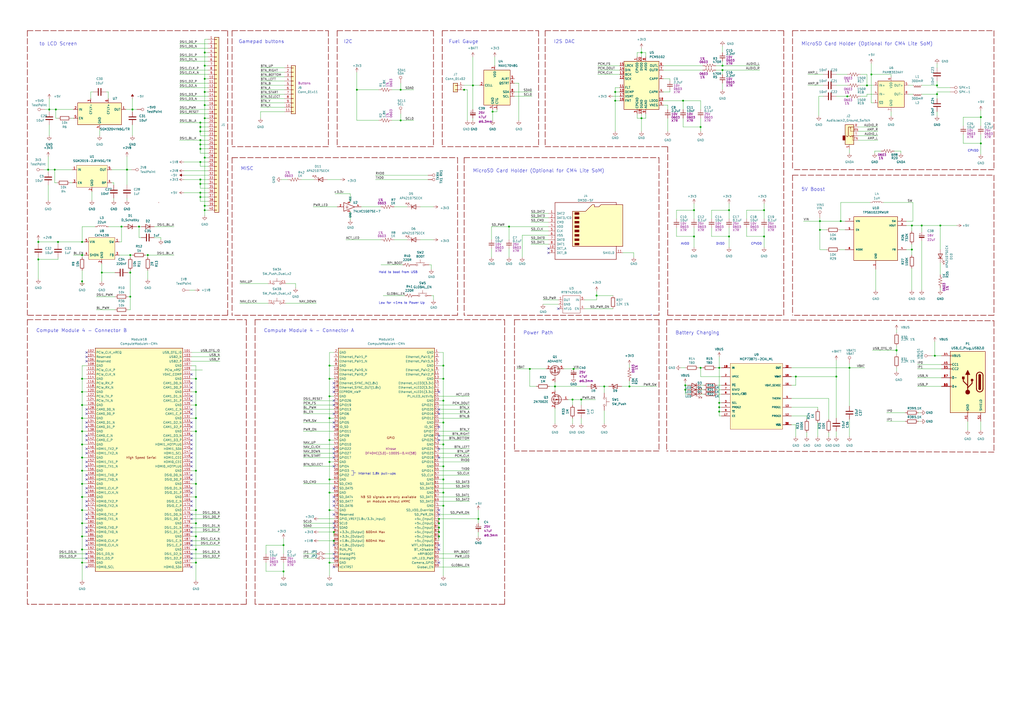
<source format=kicad_sch>
(kicad_sch (version 20230121) (generator eeschema)
  (paper "A2")
  (title_block (rev "${RevNum}") (comment 9 "${DrawnBy}"))
  (junction (at 207.01 52.07))
  (junction (at 116.205 106.68))
  (junction (at 118.745 60.96))
  (junction (at 47.625 288.29) (diameter 0.9144))
  (junction (at 191.135 267.97) (diameter 0.9144))
  (junction (at 350.52 224.155))
  (junction (at 116.205 83.82))
  (junction (at 475.615 128.27))
  (junction (at 520.065 203.2) (diameter 1.016))
  (junction (at 73.66 98.425))
  (junction (at 232.41 69.85))
  (junction (at 346.075 171.45))
  (junction (at 254.635 308.61) (diameter 0.9144))
  (junction (at 59.055 158.115))
  (junction (at 28.575 63.5))
  (junction (at 337.185 231.775))
  (junction (at 528.955 130.81))
  (junction (at 164.465 331.47) (diameter 0.9144))
  (junction (at 47.625 227.33) (diameter 0.9144))
  (junction (at 332.74 213.995))
  (junction (at 118.745 121.92))
  (junction (at 568.96 83.185) (diameter 0.9144))
  (junction (at 32.385 63.5))
  (junction (at 191.135 242.57) (diameter 0.9144))
  (junction (at 113.665 311.15) (diameter 0.9144))
  (junction (at 113.665 242.57) (diameter 0.9144))
  (junction (at 419.1 40.64))
  (junction (at 113.665 318.77) (diameter 0.9144))
  (junction (at 417.195 233.68))
  (junction (at 257.175 293.37) (diameter 0.9144))
  (junction (at 417.195 213.36))
  (junction (at 365.125 224.155))
  (junction (at 193.675 313.69))
  (junction (at 461.645 218.44))
  (junction (at 402.59 137.16) (diameter 0.9144))
  (junction (at 75.565 172.085))
  (junction (at 31.75 98.425))
  (junction (at 491.49 55.88))
  (junction (at 321.945 224.155))
  (junction (at 113.665 234.95) (diameter 0.9144))
  (junction (at 47.625 318.77) (diameter 0.9144))
  (junction (at 116.205 86.36))
  (junction (at 542.29 206.375))
  (junction (at 417.195 238.76))
  (junction (at 443.23 121.92) (diameter 0.9144))
  (junction (at 118.745 68.58))
  (junction (at 47.625 280.67) (diameter 0.9144))
  (junction (at 277.495 300.99) (diameter 0.9144))
  (junction (at 47.625 147.955))
  (junction (at 33.655 140.335))
  (junction (at 75.565 158.115))
  (junction (at 191.135 278.13) (diameter 0.9144))
  (junction (at 254.635 303.53) (diameter 0.9144))
  (junction (at 372.11 68.58))
  (junction (at 164.465 316.23) (diameter 0.9144))
  (junction (at 116.205 73.66))
  (junction (at 118.745 30.48))
  (junction (at 492.76 213.36))
  (junction (at 70.485 131.445))
  (junction (at 118.745 119.38))
  (junction (at 75.565 147.955))
  (junction (at 397.51 226.06))
  (junction (at 191.135 285.75) (diameter 0.9144))
  (junction (at 191.135 326.39) (diameter 0.9144))
  (junction (at 22.225 140.335))
  (junction (at 545.465 130.81))
  (junction (at 113.665 303.53) (diameter 0.9144))
  (junction (at 269.24 52.07))
  (junction (at 422.91 137.16) (diameter 0.9144))
  (junction (at 113.665 227.33) (diameter 0.9144))
  (junction (at 76.835 63.5))
  (junction (at 232.41 52.07))
  (junction (at 113.665 280.67) (diameter 0.9144))
  (junction (at 113.665 288.29) (diameter 0.9144))
  (junction (at 113.665 326.39) (diameter 0.9144))
  (junction (at 402.59 121.92) (diameter 0.9144))
  (junction (at 191.135 229.87) (diameter 0.9144))
  (junction (at 47.625 219.71) (diameter 0.9144))
  (junction (at 397.51 223.52))
  (junction (at 191.135 219.71) (diameter 0.9144))
  (junction (at 80.645 131.445))
  (junction (at 113.665 295.91) (diameter 0.9144))
  (junction (at 85.725 147.955))
  (junction (at 47.625 163.195))
  (junction (at 356.87 53.34))
  (junction (at 47.625 234.95) (diameter 0.9144))
  (junction (at 568.96 67.945) (diameter 0.9144))
  (junction (at 254.635 311.15) (diameter 0.9144))
  (junction (at 113.665 219.71) (diameter 0.9144))
  (junction (at 116.205 111.76))
  (junction (at 419.1 38.1))
  (junction (at 47.625 326.39) (diameter 0.9144))
  (junction (at 47.625 311.15) (diameter 0.9144))
  (junction (at 118.745 45.72))
  (junction (at 193.675 308.61) (diameter 0.9144))
  (junction (at 295.275 131.445) (diameter 0.9144))
  (junction (at 528.955 144.78))
  (junction (at 47.625 295.91) (diameter 0.9144))
  (junction (at 543.56 54.61))
  (junction (at 485.14 218.44))
  (junction (at 257.175 270.51) (diameter 0.9144))
  (junction (at 47.625 303.53) (diameter 0.9144))
  (junction (at 307.34 213.995))
  (junction (at 257.175 285.75) (diameter 0.9144))
  (junction (at 543.56 49.53))
  (junction (at 47.625 250.19) (diameter 0.9144))
  (junction (at 257.175 245.11) (diameter 0.9144))
  (junction (at 47.625 265.43) (diameter 0.9144))
  (junction (at 116.205 104.14))
  (junction (at 47.625 242.57) (diameter 0.9144))
  (junction (at 257.175 232.41) (diameter 0.9144))
  (junction (at 356.87 58.42))
  (junction (at 475.615 133.35))
  (junction (at 254.635 306.07) (diameter 0.9144))
  (junction (at 47.625 257.81) (diameter 0.9144))
  (junction (at 257.175 212.09) (diameter 0.9144))
  (junction (at 116.205 71.12))
  (junction (at 372.11 30.48))
  (junction (at 332.105 231.775))
  (junction (at 406.4 213.36))
  (junction (at 191.135 295.91) (diameter 0.9144))
  (junction (at 443.23 137.16) (diameter 0.9144))
  (junction (at 116.205 76.2))
  (junction (at 27.94 98.425))
  (junction (at 116.205 114.3))
  (junction (at 422.91 121.92) (diameter 0.9144))
  (junction (at 191.135 255.27) (diameter 0.9144))
  (junction (at 534.67 130.81))
  (junction (at 191.135 212.09) (diameter 0.9144))
  (junction (at 113.665 250.19) (diameter 0.9144))
  (junction (at 487.68 128.27))
  (junction (at 116.205 81.28))
  (junction (at 257.175 257.81) (diameter 0.9144))
  (junction (at 257.175 278.13) (diameter 0.9144))
  (junction (at 257.175 219.71) (diameter 0.9144))
  (junction (at 113.665 273.05) (diameter 0.9144))
  (junction (at 116.205 93.98))
  (junction (at 118.745 91.44))
  (junction (at 254.635 300.99) (diameter 0.9144))
  (junction (at 118.745 38.1))
  (junction (at 47.625 140.335))
  (junction (at 47.625 273.05) (diameter 0.9144))
  (junction (at 118.745 53.34))
  (junction (at 285.75 64.77))
  (junction (at 417.195 236.22))
  (junction (at 274.32 49.53))
  (junction (at 406.4 73.66) (diameter 0.9144))
  (junction (at 22.225 150.495))
  (junction (at 396.24 58.42))
  (junction (at 502.92 49.53))
  (junction (at 505.46 43.18))
  (no_connect (at 254.635 252.73))
  (no_connect (at 193.675 303.53))
  (no_connect (at 111.125 260.35))
  (no_connect (at 111.125 313.69))
  (no_connect (at 111.125 245.11))
  (no_connect (at 50.165 328.93))
  (no_connect (at 193.675 313.69))
  (no_connect (at 111.125 275.59))
  (no_connect (at 50.165 237.49))
  (no_connect (at 111.125 328.93))
  (no_connect (at 111.125 247.65))
  (no_connect (at 111.125 278.13))
  (no_connect (at 111.125 257.81))
  (no_connect (at 193.675 227.33))
  (no_connect (at 50.165 204.47))
  (no_connect (at 193.675 232.41))
  (no_connect (at 50.165 207.01))
  (no_connect (at 50.165 321.31))
  (no_connect (at 254.635 318.77))
  (no_connect (at 111.125 237.49))
  (no_connect (at 50.165 270.51))
  (no_connect (at 193.675 316.23))
  (no_connect (at 50.165 260.35))
  (no_connect (at 111.125 308.61))
  (no_connect (at 50.165 293.37))
  (no_connect (at 254.635 265.43))
  (no_connect (at 254.635 247.65))
  (no_connect (at 50.165 275.59))
  (no_connect (at 193.675 224.79))
  (no_connect (at 111.125 265.43))
  (no_connect (at 50.165 285.75))
  (no_connect (at 193.675 240.03))
  (no_connect (at 193.675 288.29))
  (no_connect (at 50.165 283.21))
  (no_connect (at 111.125 290.83))
  (no_connect (at 111.125 270.51))
  (no_connect (at 193.675 265.43))
  (no_connect (at 111.125 232.41))
  (no_connect (at 111.125 267.97))
  (no_connect (at 193.675 306.07))
  (no_connect (at 193.675 283.21))
  (no_connect (at 254.635 326.39))
  (no_connect (at 50.165 245.11))
  (no_connect (at 193.675 290.83))
  (no_connect (at 111.125 323.85))
  (no_connect (at 254.635 298.45))
  (no_connect (at 50.165 267.97))
  (no_connect (at 254.635 295.91))
  (no_connect (at 111.125 222.25))
  (no_connect (at 111.125 293.37))
  (no_connect (at 50.165 247.65))
  (no_connect (at 111.125 285.75))
  (no_connect (at 50.165 278.13))
  (no_connect (at 50.165 262.89))
  (no_connect (at 111.125 300.99))
  (no_connect (at 111.125 262.89))
  (no_connect (at 193.675 328.93))
  (no_connect (at 193.675 260.35))
  (no_connect (at 50.165 290.83))
  (no_connect (at 50.165 306.07))
  (no_connect (at 193.675 323.85))
  (no_connect (at 50.165 240.03))
  (no_connect (at 50.165 300.99))
  (no_connect (at 111.125 306.07))
  (no_connect (at 111.125 283.21))
  (no_connect (at 111.125 224.79))
  (no_connect (at 254.635 237.49))
  (no_connect (at 193.675 293.37))
  (no_connect (at 193.675 234.95))
  (no_connect (at 318.135 144.145))
  (no_connect (at 50.165 255.27))
  (no_connect (at 193.675 321.31))
  (no_connect (at 193.675 298.45))
  (no_connect (at 193.675 262.89))
  (no_connect (at 193.675 245.11))
  (no_connect (at 254.635 260.35))
  (no_connect (at 254.635 227.33))
  (no_connect (at 193.675 247.65))
  (no_connect (at 254.635 255.27))
  (no_connect (at 111.125 321.31))
  (no_connect (at 50.165 313.69))
  (no_connect (at 111.125 217.17))
  (no_connect (at 193.675 270.51))
  (no_connect (at 254.635 316.23))
  (no_connect (at 318.135 146.685))
  (no_connect (at 323.85 179.07))
  (no_connect (at 50.165 252.73))
  (no_connect (at 111.125 255.27))
  (no_connect (at 50.165 316.23))
  (no_connect (at 111.125 316.23))
  (no_connect (at 193.675 222.25))
  (no_connect (at 111.125 298.45))
  (no_connect (at 50.165 209.55))
  (no_connect (at 50.165 308.61))
  (no_connect (at 50.165 323.85))
  (no_connect (at 111.125 229.87))
  (no_connect (at 111.125 240.03))
  (no_connect (at 111.125 252.73))
  (no_connect (at 254.635 240.03))
  (no_connect (at 50.165 298.45))
  (wire (pts (xy 174.625 104.14) (xy 182.245 104.14)))
  (wire (pts (xy 191.135 295.91) (xy 193.675 295.91)))
  (wire (pts (xy 499.11 49.53) (xy 502.92 49.53)))
  (wire (pts (xy 384.81 38.1) (xy 407.67 38.1)))
  (wire (pts (xy 113.665 234.95) (xy 113.665 242.57)))
  (wire (pts (xy 254.635 328.93) (xy 272.415 328.93)))
  (wire (pts (xy 118.745 121.92) (xy 118.745 125.095)))
  (wire (pts (xy 307.975 139.065) (xy 318.135 139.065)))
  (wire (pts (xy 323.85 176.53) (xy 314.96 176.53)))
  (polyline (pts (xy 132.08 17.78) (xy 132.08 182.88)) (stroke (width 0.3) (type dash) (color 132 0 0 1)))
  (wire (pts (xy 543.56 36.83) (xy 543.56 39.37)))
  (wire (pts (xy 120.65 45.72) (xy 118.745 45.72)))
  (wire (pts (xy 207.01 41.91) (xy 207.01 52.07)))
  (wire (pts (xy 75.565 158.115) (xy 74.295 158.115)))
  (wire (pts (xy 104.14 40.64) (xy 120.65 40.64)))
  (wire (pts (xy 189.865 104.14) (xy 197.485 104.14)))
  (wire (pts (xy 419.1 48.26) (xy 419.1 52.07)))
  (wire (pts (xy 111.125 234.95) (xy 113.665 234.95)))
  (wire (pts (xy 104.14 27.94) (xy 120.65 27.94)))
  (wire (pts (xy 243.84 120.015) (xy 251.46 120.015)))
  (wire (pts (xy 151.13 59.69) (xy 165.1 59.69)))
  (wire (pts (xy 568.96 83.185) (xy 568.96 78.105)))
  (polyline (pts (xy 147.955 185.42) (xy 147.955 350.52)) (stroke (width 0.3) (type dash) (color 132 0 0 1)))
  (wire (pts (xy 175.895 265.43) (xy 193.675 265.43)))
  (wire (pts (xy 272.415 288.29) (xy 254.635 288.29)))
  (wire (pts (xy 254.635 257.81) (xy 257.175 257.81)))
  (wire (pts (xy 367.665 146.685) (xy 367.665 149.225)))
  (wire (pts (xy 113.665 303.53) (xy 113.665 311.15)))
  (wire (pts (xy 47.625 242.57) (xy 47.625 250.19)))
  (wire (pts (xy 398.78 226.06) (xy 397.51 226.06)))
  (wire (pts (xy 47.625 303.53) (xy 50.165 303.53)))
  (wire (pts (xy 175.895 245.11) (xy 193.675 245.11)))
  (wire (pts (xy 22.225 140.335) (xy 33.655 140.335)))
  (wire (pts (xy 387.35 60.96) (xy 387.35 63.5)))
  (wire (pts (xy 542.29 206.375) (xy 546.1 206.375)))
  (wire (pts (xy 120.65 106.68) (xy 116.205 106.68)))
  (wire (pts (xy 433.07 121.92) (xy 433.07 127)))
  (polyline (pts (xy 251.46 85.09) (xy 195.58 85.09)) (stroke (width 0.3) (type dash) (color 132 0 0 1)))
  (wire (pts (xy 272.415 237.49) (xy 254.635 237.49)))
  (wire (pts (xy 254.635 252.73) (xy 272.415 252.73)))
  (wire (pts (xy 528.955 147.955) (xy 528.955 144.78)))
  (wire (pts (xy 116.205 111.76) (xy 106.68 111.76)))
  (wire (pts (xy 417.195 236.22) (xy 417.195 238.76)))
  (wire (pts (xy 350.52 227.965) (xy 350.52 224.155)))
  (wire (pts (xy 396.24 73.66) (xy 406.4 73.66)))
  (wire (pts (xy 558.8 78.105) (xy 558.8 83.185)))
  (wire (pts (xy 111.125 280.67) (xy 113.665 280.67)))
  (wire (pts (xy 251.46 171.45) (xy 251.46 173.99)))
  (wire (pts (xy 151.13 57.15) (xy 165.1 57.15)))
  (wire (pts (xy 406.4 218.44) (xy 418.465 218.44)))
  (wire (pts (xy 372.11 27.94) (xy 372.11 30.48)))
  (wire (pts (xy 209.55 120.015) (xy 220.98 120.015)))
  (polyline (pts (xy 298.45 185.42) (xy 298.45 261.62)) (stroke (width 0.3) (type dash) (color 132 0 0 1)))
  (wire (pts (xy 191.135 212.09) (xy 193.675 212.09)))
  (polyline (pts (xy 576.58 101.6) (xy 576.58 182.88)) (stroke (width 0.3) (type dash) (color 132 0 0 1)))
  (wire (pts (xy 113.665 227.33) (xy 113.665 234.95)))
  (polyline (pts (xy 132.08 182.88) (xy 15.875 182.88)) (stroke (width 0.3) (type dash) (color 132 0 0 1)))
  (wire (pts (xy 164.465 334.01) (xy 164.465 331.47)))
  (wire (pts (xy 327.025 213.995) (xy 332.74 213.995)))
  (wire (pts (xy 528.955 144.78) (xy 528.955 141.605)))
  (wire (pts (xy 532.765 244.475) (xy 534.035 244.475)))
  (wire (pts (xy 254.635 321.31) (xy 272.415 321.31)))
  (wire (pts (xy 31.75 106.045) (xy 33.02 106.045)))
  (wire (pts (xy 365.125 224.155) (xy 381 224.155)))
  (wire (pts (xy 113.665 212.09) (xy 113.665 219.71)))
  (wire (pts (xy 116.205 116.84) (xy 116.205 114.3)))
  (wire (pts (xy 392.43 137.16) (xy 402.59 137.16)))
  (wire (pts (xy 28.575 72.39) (xy 28.575 78.74)))
  (polyline (pts (xy 386.715 185.42) (xy 576.58 186.055)) (stroke (width 0.3) (type dash) (color 132 0 0 1)))
  (wire (pts (xy 475.615 133.35) (xy 475.615 128.27)))
  (wire (pts (xy 417.195 207.01) (xy 417.195 213.36)))
  (wire (pts (xy 75.565 147.955) (xy 76.835 147.955)))
  (wire (pts (xy 299.72 213.995) (xy 307.34 213.995)))
  (wire (pts (xy 47.625 147.955) (xy 48.895 147.955)))
  (wire (pts (xy 490.22 133.35) (xy 487.045 133.35)))
  (wire (pts (xy 540.385 206.375) (xy 542.29 206.375)))
  (wire (pts (xy 485.14 253.365) (xy 485.14 250.19)))
  (wire (pts (xy 120.65 22.86) (xy 118.745 22.86)))
  (wire (pts (xy 388.62 53.34) (xy 384.81 53.34)))
  (wire (pts (xy 53.975 53.34) (xy 52.705 53.34)))
  (wire (pts (xy 93.345 137.795) (xy 93.345 139.065)))
  (wire (pts (xy 64.77 106.045) (xy 66.04 106.045)))
  (wire (pts (xy 106.68 93.98) (xy 116.205 93.98)))
  (wire (pts (xy 479.425 144.78) (xy 475.615 144.78)))
  (wire (pts (xy 76.835 72.39) (xy 76.835 78.74)))
  (wire (pts (xy 50.165 212.09) (xy 47.625 212.09)))
  (polyline (pts (xy 142.875 350.52) (xy 15.875 350.52)) (stroke (width 0.3) (type dash) (color 132 0 0 1)))
  (wire (pts (xy 417.195 236.22) (xy 418.465 236.22)))
  (wire (pts (xy 474.98 67.31) (xy 474.98 55.88)))
  (wire (pts (xy 337.185 231.775) (xy 345.44 231.775)))
  (wire (pts (xy 468.63 43.18) (xy 477.52 43.18)))
  (wire (pts (xy 191.135 278.13) (xy 193.675 278.13)))
  (polyline (pts (xy 15.875 185.42) (xy 142.875 185.42)) (stroke (width 0.3) (type dash) (color 132 0 0 1)))
  (polyline (pts (xy 134.62 91.44) (xy 134.62 182.88)) (stroke (width 0.3) (type dash) (color 132 0 0 1)))
  (wire (pts (xy 111.125 313.69) (xy 127.635 313.69)))
  (wire (pts (xy 520.065 203.2) (xy 520.065 205.74)))
  (wire (pts (xy 80.645 131.445) (xy 81.915 131.445)))
  (wire (pts (xy 89.535 137.795) (xy 93.345 137.795)))
  (wire (pts (xy 104.14 43.18) (xy 120.65 43.18)))
  (wire (pts (xy 113.665 280.67) (xy 113.665 288.29)))
  (wire (pts (xy 543.56 49.53) (xy 543.56 50.8)))
  (wire (pts (xy 104.14 50.8) (xy 120.65 50.8)))
  (wire (pts (xy 272.415 250.19) (xy 254.635 250.19)))
  (wire (pts (xy 69.215 140.335) (xy 70.485 140.335)))
  (wire (pts (xy 113.665 219.71) (xy 113.665 227.33)))
  (wire (pts (xy 69.215 147.955) (xy 75.565 147.955)))
  (wire (pts (xy 120.65 101.6) (xy 106.68 101.6)))
  (wire (pts (xy 57.785 74.93) (xy 57.785 78.74)))
  (wire (pts (xy 384.81 40.64) (xy 407.67 40.64)))
  (wire (pts (xy 167.005 104.14) (xy 163.195 104.14)))
  (wire (pts (xy 522.605 88.9) (xy 522.605 87.63)))
  (wire (pts (xy 113.665 288.29) (xy 113.665 295.91)))
  (wire (pts (xy 257.175 204.47) (xy 257.175 212.09)))
  (wire (pts (xy 507.365 87.63) (xy 507.365 88.9)))
  (wire (pts (xy 558.8 83.185) (xy 568.96 83.185)))
  (wire (pts (xy 359.41 50.8) (xy 356.87 50.8)))
  (wire (pts (xy 355.6 55.88) (xy 359.41 55.88)))
  (wire (pts (xy 254.635 260.35) (xy 272.415 260.35)))
  (wire (pts (xy 61.595 53.34) (xy 62.865 53.34)))
  (wire (pts (xy 388.62 45.72) (xy 388.62 46.99)))
  (wire (pts (xy 545.465 152.4) (xy 545.465 159.385)))
  (wire (pts (xy 269.24 49.53) (xy 274.32 49.53)))
  (wire (pts (xy 53.34 111.125) (xy 53.34 116.205)))
  (wire (pts (xy 525.78 144.78) (xy 528.955 144.78)))
  (wire (pts (xy 116.205 83.82) (xy 116.205 81.28)))
  (wire (pts (xy 120.65 116.84) (xy 116.205 116.84)))
  (wire (pts (xy 254.635 240.03) (xy 272.415 240.03)))
  (wire (pts (xy 474.345 236.22) (xy 459.105 236.22)))
  (wire (pts (xy 433.07 121.92) (xy 443.23 121.92)))
  (wire (pts (xy 52.705 53.34) (xy 52.705 57.15)))
  (polyline (pts (xy 15.875 185.42) (xy 15.875 350.52)) (stroke (width 0.3) (type dash) (color 132 0 0 1)))
  (wire (pts (xy 461.645 218.44) (xy 459.105 218.44)))
  (wire (pts (xy 487.68 117.475) (xy 504.825 117.475)))
  (wire (pts (xy 27.94 90.805) (xy 27.94 98.425)))
  (wire (pts (xy 492.76 55.88) (xy 491.49 55.88)))
  (wire (pts (xy 254.635 219.71) (xy 257.175 219.71)))
  (wire (pts (xy 257.175 212.09) (xy 257.175 219.71)))
  (wire (pts (xy 505.46 36.83) (xy 505.46 43.18)))
  (wire (pts (xy 70.485 131.445) (xy 71.755 131.445)))
  (wire (pts (xy 118.745 68.58) (xy 118.745 91.44)))
  (wire (pts (xy 412.75 121.92) (xy 412.75 127)))
  (polyline (pts (xy 386.715 185.42) (xy 386.715 261.62)) (stroke (width 0.3) (type dash) (color 132 0 0 1)))
  (wire (pts (xy 254.635 285.75) (xy 257.175 285.75)))
  (wire (pts (xy 268.605 52.07) (xy 269.24 52.07)))
  (polyline (pts (xy 454.66 182.88) (xy 454.66 17.78)) (stroke (width 0.3) (type dash) (color 132 0 0 1)))
  (polyline (pts (xy 256.54 17.78) (xy 256.54 85.09)) (stroke (width 0.3) (type dash) (color 132 0 0 1)))
  (wire (pts (xy 418.465 223.52) (xy 415.925 223.52)))
  (wire (pts (xy 28.575 57.15) (xy 28.575 63.5)))
  (polyline (pts (xy 15.875 17.78) (xy 132.08 17.78)) (stroke (width 0.3) (type dash) (color 132 0 0 1)))
  (wire (pts (xy 227.33 52.07) (xy 232.41 52.07)))
  (wire (pts (xy 274.32 33.02) (xy 274.32 49.53)))
  (wire (pts (xy 329.565 231.775) (xy 332.105 231.775)))
  (polyline (pts (xy 576.58 17.78) (xy 576.58 98.425)) (stroke (width 0.3) (type dash) (color 132 0 0 1)))
  (wire (pts (xy 193.675 313.69) (xy 184.785 313.69)))
  (wire (pts (xy 532.13 213.995) (xy 546.1 213.995)))
  (wire (pts (xy 492.76 213.36) (xy 501.65 213.36)))
  (wire (pts (xy 116.205 109.22) (xy 116.205 106.68)))
  (wire (pts (xy 251.46 139.065) (xy 243.84 139.065)))
  (wire (pts (xy 33.655 141.605) (xy 33.655 140.335)))
  (wire (pts (xy 257.175 285.75) (xy 257.175 293.37)))
  (wire (pts (xy 295.275 139.065) (xy 295.275 131.445)))
  (wire (pts (xy 272.415 275.59) (xy 254.635 275.59)))
  (wire (pts (xy 272.415 298.45) (xy 254.635 298.45)))
  (wire (pts (xy 417.195 233.68) (xy 417.195 236.22)))
  (wire (pts (xy 118.745 38.1) (xy 118.745 45.72)))
  (wire (pts (xy 285.75 64.77) (xy 288.29 64.77)))
  (wire (pts (xy 406.4 73.66) (xy 406.4 68.58)))
  (wire (pts (xy 34.29 321.31) (xy 50.165 321.31)))
  (wire (pts (xy 219.71 52.07) (xy 207.01 52.07)))
  (wire (pts (xy 520.065 200.66) (xy 520.065 203.2)))
  (wire (pts (xy 79.375 131.445) (xy 80.645 131.445)))
  (wire (pts (xy 254.635 311.15) (xy 254.635 313.69)))
  (wire (pts (xy 120.65 96.52) (xy 116.205 96.52)))
  (wire (pts (xy 307.975 133.985) (xy 318.135 133.985)))
  (wire (pts (xy 514.35 244.475) (xy 525.145 244.475)))
  (wire (pts (xy 398.78 228.6) (xy 397.51 228.6)))
  (wire (pts (xy 120.65 76.2) (xy 116.205 76.2)))
  (polyline (pts (xy 576.58 98.425) (xy 459.74 98.425)) (stroke (width 0.3) (type dash) (color 132 0 0 1)))
  (wire (pts (xy 372.11 30.48) (xy 372.11 33.02)))
  (wire (pts (xy 47.625 147.955) (xy 47.625 149.225)))
  (wire (pts (xy 47.625 140.335) (xy 48.895 140.335)))
  (wire (pts (xy 419.1 38.1) (xy 419.1 35.56)))
  (wire (pts (xy 73.025 63.5) (xy 76.835 63.5)))
  (wire (pts (xy 120.65 91.44) (xy 118.745 91.44)))
  (wire (pts (xy 415.29 213.36) (xy 417.195 213.36)))
  (wire (pts (xy 487.68 128.27) (xy 487.68 117.475)))
  (wire (pts (xy 165.1 64.77) (xy 151.13 64.77)))
  (wire (pts (xy 217.805 101.6) (xy 248.285 101.6)))
  (wire (pts (xy 118.745 91.44) (xy 118.745 119.38)))
  (wire (pts (xy 175.895 262.89) (xy 193.675 262.89)))
  (wire (pts (xy 422.91 118.11) (xy 422.91 121.92)))
  (wire (pts (xy 75.565 147.955) (xy 75.565 149.225)))
  (wire (pts (xy 257.175 257.81) (xy 257.175 270.51)))
  (wire (pts (xy 250.19 171.45) (xy 251.46 171.45)))
  (wire (pts (xy 191.135 242.57) (xy 193.675 242.57)))
  (wire (pts (xy 113.665 311.15) (xy 113.665 318.77)))
  (wire (pts (xy 475.615 128.27) (xy 487.68 128.27)))
  (wire (pts (xy 120.65 81.28) (xy 116.205 81.28)))
  (polyline (pts (xy 292.735 350.52) (xy 147.955 350.52)) (stroke (width 0.3) (type dash) (color 132 0 0 1)))
  (wire (pts (xy 516.89 43.18) (xy 516.89 44.45)))
  (wire (pts (xy 485.14 55.88) (xy 491.49 55.88)))
  (wire (pts (xy 384.81 60.96) (xy 387.35 60.96)))
  (wire (pts (xy 191.135 229.87) (xy 193.675 229.87)))
  (wire (pts (xy 485.14 242.57) (xy 485.14 218.44)))
  (wire (pts (xy 254.635 267.97) (xy 272.415 267.97)))
  (wire (pts (xy 73.66 90.805) (xy 73.66 98.425)))
  (wire (pts (xy 551.18 53.34) (xy 543.56 53.34)))
  (wire (pts (xy 111.125 207.01) (xy 127.635 207.01)))
  (wire (pts (xy 257.175 270.51) (xy 257.175 278.13)))
  (wire (pts (xy 461.645 223.52) (xy 461.645 218.44)))
  (polyline (pts (xy 203.835 273.05) (xy 205.105 273.05)) (stroke (width 0.1524) (type solid)))
  (wire (pts (xy 175.895 321.31) (xy 183.515 321.31)))
  (wire (pts (xy 151.13 49.53) (xy 165.1 49.53)))
  (wire (pts (xy 47.625 257.81) (xy 47.625 265.43)))
  (wire (pts (xy 47.625 265.43) (xy 50.165 265.43)))
  (wire (pts (xy 27.94 107.315) (xy 27.94 116.205)))
  (wire (pts (xy 402.59 137.16) (xy 402.59 132.08)))
  (wire (pts (xy 26.035 63.5) (xy 28.575 63.5)))
  (wire (pts (xy 116.205 81.28) (xy 104.14 81.28)))
  (wire (pts (xy 111.125 308.61) (xy 127.635 308.61)))
  (wire (pts (xy 339.09 179.07) (xy 355.6 179.07)))
  (polyline (pts (xy 459.74 17.78) (xy 459.74 98.425)) (stroke (width 0.3) (type dash) (color 132 0 0 1)))
  (polyline (pts (xy 265.43 91.44) (xy 265.43 182.88)) (stroke (width 0.3) (type dash) (color 132 0 0 1)))
  (wire (pts (xy 406.4 223.52) (xy 408.305 223.52)))
  (wire (pts (xy 356.87 58.42) (xy 359.41 58.42)))
  (wire (pts (xy 47.625 318.77) (xy 50.165 318.77)))
  (wire (pts (xy 307.975 126.365) (xy 318.135 126.365)))
  (wire (pts (xy 372.11 68.58) (xy 374.65 68.58)))
  (wire (pts (xy 360.68 224.155) (xy 365.125 224.155)))
  (wire (pts (xy 75.565 156.845) (xy 75.565 158.115)))
  (wire (pts (xy 47.625 288.29) (xy 47.625 295.91)))
  (wire (pts (xy 175.895 237.49) (xy 193.675 237.49)))
  (wire (pts (xy 254.635 255.27) (xy 272.415 255.27)))
  (wire (pts (xy 254.635 204.47) (xy 257.175 204.47)))
  (wire (pts (xy 25.4 98.425) (xy 27.94 98.425)))
  (wire (pts (xy 203.2 117.475) (xy 203.2 112.395)))
  (wire (pts (xy 127.635 300.99) (xy 111.125 300.99)))
  (wire (pts (xy 104.14 66.04) (xy 120.65 66.04)))
  (wire (pts (xy 528.955 130.81) (xy 528.955 133.985)))
  (wire (pts (xy 47.625 303.53) (xy 47.625 311.15)))
  (wire (pts (xy 85.725 147.955) (xy 100.965 147.955)))
  (wire (pts (xy 191.135 242.57) (xy 191.135 255.27)))
  (wire (pts (xy 191.135 229.87) (xy 191.135 242.57)))
  (wire (pts (xy 47.625 219.71) (xy 47.625 227.33)))
  (wire (pts (xy 32.385 68.58) (xy 32.385 63.5)))
  (wire (pts (xy 151.13 62.23) (xy 165.1 62.23)))
  (wire (pts (xy 111.125 298.45) (xy 127.635 298.45)))
  (wire (pts (xy 118.745 22.86) (xy 118.745 30.48)))
  (polyline (pts (xy 387.35 85.09) (xy 387.35 182.88)) (stroke (width 0.3) (type dash) (color 132 0 0 1)))
  (wire (pts (xy 116.205 86.36) (xy 116.205 83.82)))
  (wire (pts (xy 287.02 33.02) (xy 287.02 38.1)))
  (wire (pts (xy 512.445 117.475) (xy 529.59 117.475)))
  (wire (pts (xy 558.8 67.945) (xy 568.96 67.945)))
  (wire (pts (xy 47.625 131.445) (xy 47.625 140.335)))
  (wire (pts (xy 203.2 122.555) (xy 203.2 127.635)))
  (wire (pts (xy 120.65 60.96) (xy 118.745 60.96)))
  (wire (pts (xy 191.135 204.47) (xy 191.135 212.09)))
  (wire (pts (xy 64.77 98.425) (xy 73.66 98.425)))
  (wire (pts (xy 394.97 213.36) (xy 397.51 213.36)))
  (wire (pts (xy 120.65 38.1) (xy 118.745 38.1)))
  (wire (pts (xy 47.625 156.845) (xy 47.625 163.195)))
  (wire (pts (xy 480.695 231.14) (xy 480.695 243.205)))
  (wire (pts (xy 47.625 326.39) (xy 50.165 326.39)))
  (wire (pts (xy 502.92 43.18) (xy 499.11 43.18)))
  (wire (pts (xy 106.68 104.14) (xy 116.205 104.14)))
  (wire (pts (xy 120.65 86.36) (xy 116.205 86.36)))
  (wire (pts (xy 220.98 153.67) (xy 233.68 153.67)))
  (polyline (pts (xy 316.23 17.78) (xy 454.66 17.78)) (stroke (width 0.3) (type dash) (color 132 0 0 1)))
  (wire (pts (xy 384.81 58.42) (xy 396.24 58.42)))
  (wire (pts (xy 274.32 49.53) (xy 278.13 49.53)))
  (wire (pts (xy 372.11 68.58) (xy 372.11 76.2)))
  (wire (pts (xy 474.345 237.49) (xy 474.345 236.22)))
  (wire (pts (xy 415.925 226.06) (xy 418.465 226.06)))
  (wire (pts (xy 497.84 73.66) (xy 509.27 73.66)))
  (wire (pts (xy 59.055 153.035) (xy 59.055 158.115)))
  (wire (pts (xy 47.625 273.05) (xy 50.165 273.05)))
  (wire (pts (xy 412.75 132.08) (xy 412.75 137.16)))
  (wire (pts (xy 479.425 133.35) (xy 475.615 133.35)))
  (wire (pts (xy 397.51 226.06) (xy 397.51 223.52)))
  (wire (pts (xy 417.195 238.76) (xy 418.465 238.76)))
  (wire (pts (xy 47.625 219.71) (xy 50.165 219.71)))
  (wire (pts (xy 285.115 144.145) (xy 285.115 149.225)))
  (wire (pts (xy 42.545 63.5) (xy 32.385 63.5)))
  (wire (pts (xy 113.665 273.05) (xy 113.665 280.67)))
  (wire (pts (xy 232.41 52.07) (xy 240.03 52.07)))
  (wire (pts (xy 497.84 81.28) (xy 509.27 81.28)))
  (wire (pts (xy 47.625 295.91) (xy 50.165 295.91)))
  (wire (pts (xy 406.4 213.36) (xy 407.67 213.36)))
  (wire (pts (xy 219.71 69.85) (xy 207.01 69.85)))
  (polyline (pts (xy 387.35 182.88) (xy 454.66 182.88)) (stroke (width 0.3) (type dash) (color 132 0 0 1)))
  (wire (pts (xy 340.36 224.155) (xy 321.945 224.155)))
  (wire (pts (xy 191.135 285.75) (xy 193.675 285.75)))
  (wire (pts (xy 118.745 30.48) (xy 118.745 38.1)))
  (wire (pts (xy 47.625 234.95) (xy 50.165 234.95)))
  (wire (pts (xy 47.625 318.77) (xy 47.625 326.39)))
  (wire (pts (xy 113.665 250.19) (xy 113.665 273.05)))
  (wire (pts (xy 191.135 278.13) (xy 191.135 285.75)))
  (wire (pts (xy 175.895 250.19) (xy 193.675 250.19)))
  (wire (pts (xy 85.725 156.845) (xy 85.725 161.925)))
  (wire (pts (xy 254.635 283.21) (xy 272.415 283.21)))
  (wire (pts (xy 295.275 131.445) (xy 285.115 131.445)))
  (wire (pts (xy 365.125 220.98) (xy 365.125 224.155)))
  (wire (pts (xy 534.67 49.53) (xy 543.56 49.53)))
  (wire (pts (xy 485.14 218.44) (xy 461.645 218.44)))
  (wire (pts (xy 47.625 288.29) (xy 50.165 288.29)))
  (wire (pts (xy 374.65 33.02) (xy 374.65 30.48)))
  (polyline (pts (xy 265.43 182.88) (xy 134.62 182.88)) (stroke (width 0.3) (type dash) (color 132 0 0 1)))
  (wire (pts (xy 47.625 227.33) (xy 47.625 234.95)))
  (wire (pts (xy 191.135 255.27) (xy 193.675 255.27)))
  (wire (pts (xy 474.345 253.365) (xy 474.345 245.11)))
  (wire (pts (xy 295.275 131.445) (xy 318.135 131.445)))
  (wire (pts (xy 47.625 326.39) (xy 47.625 336.55)))
  (wire (pts (xy 406.4 76.2) (xy 406.4 73.66)))
  (wire (pts (xy 76.835 57.15) (xy 76.835 63.5)))
  (wire (pts (xy 419.1 26.67) (xy 419.1 30.48)))
  (polyline (pts (xy 203.835 275.59) (xy 205.105 275.59)) (stroke (width 0.1524) (type solid)))
  (wire (pts (xy 417.195 238.76) (xy 417.195 241.3)))
  (wire (pts (xy 369.57 68.58) (xy 372.11 68.58)))
  (wire (pts (xy 347.98 224.155) (xy 350.52 224.155)))
  (wire (pts (xy 184.785 308.61) (xy 193.675 308.61)))
  (wire (pts (xy 193.675 204.47) (xy 191.135 204.47)))
  (wire (pts (xy 480.695 250.825) (xy 480.695 253.365)))
  (wire (pts (xy 459.105 223.52) (xy 461.645 223.52)))
  (wire (pts (xy 561.34 244.475) (xy 561.34 249.555)))
  (wire (pts (xy 443.23 118.11) (xy 443.23 121.92)))
  (wire (pts (xy 104.14 63.5) (xy 120.65 63.5)))
  (wire (pts (xy 257.175 278.13) (xy 257.175 285.75)))
  (wire (pts (xy 396.24 68.58) (xy 396.24 73.66)))
  (wire (pts (xy 85.725 149.225) (xy 85.725 147.955)))
  (wire (pts (xy 372.11 30.48) (xy 369.57 30.48)))
  (wire (pts (xy 151.13 52.07) (xy 165.1 52.07)))
  (wire (pts (xy 568.96 67.945) (xy 568.96 73.025)))
  (wire (pts (xy 508 156.21) (xy 508 168.275)))
  (wire (pts (xy 467.995 250.825) (xy 467.995 253.365)))
  (wire (pts (xy 191.135 219.71) (xy 191.135 229.87)))
  (wire (pts (xy 467.995 241.3) (xy 467.995 243.205)))
  (wire (pts (xy 485.14 43.18) (xy 491.49 43.18)))
  (wire (pts (xy 250.19 153.67) (xy 250.19 156.21)))
  (wire (pts (xy 47.625 242.57) (xy 50.165 242.57)))
  (wire (pts (xy 116.205 76.2) (xy 116.205 73.66)))
  (wire (pts (xy 228.6 120.015) (xy 236.22 120.015)))
  (wire (pts (xy 113.665 242.57) (xy 113.665 250.19)))
  (wire (pts (xy 542.29 198.12) (xy 542.29 206.375)))
  (wire (pts (xy 120.65 68.58) (xy 118.745 68.58)))
  (wire (pts (xy 175.895 303.53) (xy 193.675 303.53)))
  (wire (pts (xy 27.94 98.425) (xy 27.94 99.695)))
  (wire (pts (xy 188.595 321.31) (xy 193.675 321.31)))
  (wire (pts (xy 302.895 136.525) (xy 302.895 149.225)))
  (wire (pts (xy 111.125 250.19) (xy 113.665 250.19)))
  (wire (pts (xy 529.59 128.27) (xy 525.78 128.27)))
  (wire (pts (xy 111.125 316.23) (xy 127.635 316.23)))
  (wire (pts (xy 116.205 114.3) (xy 116.205 111.76)))
  (wire (pts (xy 459.105 213.36) (xy 492.76 213.36)))
  (wire (pts (xy 75.565 179.705) (xy 75.565 172.085)))
  (wire (pts (xy 346.075 171.45) (xy 355.6 171.45)))
  (wire (pts (xy 406.4 213.36) (xy 406.4 218.44)))
  (wire (pts (xy 527.05 49.53) (xy 529.59 49.53)))
  (wire (pts (xy 175.895 257.81) (xy 193.675 257.81)))
  (wire (pts (xy 277.495 295.91) (xy 277.495 300.99)))
  (wire (pts (xy 346.71 38.1) (xy 359.41 38.1)))
  (wire (pts (xy 568.96 249.555) (xy 568.96 244.475)))
  (wire (pts (xy 433.07 132.08) (xy 433.07 137.16)))
  (wire (pts (xy 392.43 121.92) (xy 402.59 121.92)))
  (wire (pts (xy 402.59 143.51) (xy 402.59 137.16)))
  (wire (pts (xy 459.105 241.3) (xy 467.995 241.3)))
  (wire (pts (xy 254.635 306.07) (xy 254.635 308.61)))
  (wire (pts (xy 532.765 239.395) (xy 534.035 239.395)))
  (wire (pts (xy 396.24 58.42) (xy 406.4 58.42)))
  (wire (pts (xy 171.45 167.005) (xy 171.45 164.465)))
  (polyline (pts (xy 312.42 17.78) (xy 312.42 85.09)) (stroke (width 0.3) (type dash) (color 132 0 0 1)))
  (wire (pts (xy 254.635 212.09) (xy 257.175 212.09)))
  (polyline (pts (xy 147.955 185.42) (xy 292.735 185.42)) (stroke (width 0.3) (type dash) (color 132 0 0 1)))
  (wire (pts (xy 433.07 137.16) (xy 443.23 137.16)))
  (wire (pts (xy 31.75 98.425) (xy 31.75 106.045)))
  (wire (pts (xy 257.175 219.71) (xy 257.175 232.41)))
  (wire (pts (xy 506.73 54.61) (xy 502.92 54.61)))
  (wire (pts (xy 55.88 179.705) (xy 66.675 179.705)))
  (wire (pts (xy 543.56 46.99) (xy 543.56 49.53)))
  (wire (pts (xy 288.29 63.5) (xy 288.29 64.77)))
  (wire (pts (xy 171.45 164.465) (xy 165.735 164.465)))
  (wire (pts (xy 295.275 144.145) (xy 295.275 149.225)))
  (wire (pts (xy 443.23 121.92) (xy 443.23 127)))
  (polyline (pts (xy 134.62 91.44) (xy 265.43 91.44)) (stroke (width 0.3) (type dash) (color 132 0 0 1)))
  (wire (pts (xy 151.13 41.91) (xy 165.1 41.91)))
  (wire (pts (xy 120.65 99.06) (xy 106.68 99.06)))
  (wire (pts (xy 528.955 130.81) (xy 525.78 130.81)))
  (wire (pts (xy 111.125 273.05) (xy 113.665 273.05)))
  (wire (pts (xy 47.625 234.95) (xy 47.625 242.57)))
  (wire (pts (xy 118.745 45.72) (xy 118.745 53.34)))
  (polyline (pts (xy 382.27 91.44) (xy 382.27 182.88)) (stroke (width 0.3) (type dash) (color 132 0 0 1)))
  (wire (pts (xy 417.195 233.68) (xy 418.465 233.68)))
  (wire (pts (xy 33.655 149.225) (xy 33.655 150.495)))
  (wire (pts (xy 203.2 112.395) (xy 194.31 112.395)))
  (wire (pts (xy 254.635 229.87) (xy 272.415 229.87)))
  (wire (pts (xy 272.415 242.57) (xy 254.635 242.57)))
  (polyline (pts (xy 256.54 17.78) (xy 312.42 17.78)) (stroke (width 0.3) (type dash) (color 132 0 0 1)))
  (wire (pts (xy 116.205 88.9) (xy 116.205 86.36)))
  (wire (pts (xy 154.305 316.23) (xy 164.465 316.23)))
  (wire (pts (xy 545.465 130.81) (xy 554.99 130.81)))
  (wire (pts (xy 529.59 117.475) (xy 529.59 128.27)))
  (wire (pts (xy 332.74 213.995) (xy 335.915 213.995)))
  (wire (pts (xy 89.535 131.445) (xy 100.965 131.445)))
  (wire (pts (xy 337.185 234.95) (xy 337.185 231.775)))
  (wire (pts (xy 227.33 69.85) (xy 232.41 69.85)))
  (wire (pts (xy 418.465 213.36) (xy 417.195 213.36)))
  (wire (pts (xy 47.625 295.91) (xy 47.625 303.53)))
  (wire (pts (xy 397.51 223.52) (xy 398.78 223.52)))
  (wire (pts (xy 139.065 164.465) (xy 155.575 164.465)))
  (polyline (pts (xy 316.23 85.09) (xy 387.35 85.09)) (stroke (width 0.3) (type dash) (color 132 0 0 1)))
  (wire (pts (xy 175.895 232.41) (xy 193.675 232.41)))
  (wire (pts (xy 332.105 231.775) (xy 337.185 231.775)))
  (wire (pts (xy 80.645 131.445) (xy 80.645 137.795)))
  (wire (pts (xy 545.465 168.275) (xy 545.465 167.005)))
  (wire (pts (xy 443.23 143.51) (xy 443.23 137.16)))
  (wire (pts (xy 346.075 168.91) (xy 346.075 171.45)))
  (wire (pts (xy 502.92 43.18) (xy 502.92 49.53)))
  (wire (pts (xy 220.98 139.065) (xy 200.66 139.065)))
  (wire (pts (xy 298.45 53.34) (xy 308.61 53.34)))
  (wire (pts (xy 191.135 267.97) (xy 193.675 267.97)))
  (wire (pts (xy 372.11 30.48) (xy 374.65 30.48)))
  (wire (pts (xy 111.125 323.85) (xy 127.635 323.85)))
  (wire (pts (xy 32.385 63.5) (xy 28.575 63.5)))
  (wire (pts (xy 492.76 235.585) (xy 492.76 213.36)))
  (wire (pts (xy 104.14 58.42) (xy 120.65 58.42)))
  (wire (pts (xy 492.76 210.82) (xy 492.76 213.36)))
  (wire (pts (xy 111.125 306.07) (xy 127.635 306.07)))
  (wire (pts (xy 193.675 308.61) (xy 193.675 311.15)))
  (wire (pts (xy 307.975 123.825) (xy 318.135 123.825)))
  (polyline (pts (xy 269.24 91.44) (xy 382.27 91.44)) (stroke (width 0.3) (type dash) (color 132 0 0 1)))
  (wire (pts (xy 545.465 130.81) (xy 545.465 144.78)))
  (wire (pts (xy 22.225 149.225) (xy 22.225 150.495)))
  (wire (pts (xy 111.125 219.71) (xy 113.665 219.71)))
  (wire (pts (xy 346.075 173.99) (xy 339.09 173.99)))
  (wire (pts (xy 492.76 86.36) (xy 492.76 88.9)))
  (wire (pts (xy 298.45 48.26) (xy 300.99 48.26)))
  (polyline (pts (xy 195.58 17.78) (xy 251.46 17.78)) (stroke (width 0.3) (type dash) (color 132 0 0 1)))
  (polyline (pts (xy 269.24 91.44) (xy 269.24 182.88)) (stroke (width 0.3) (type dash) (color 132 0 0 1)))
  (wire (pts (xy 257.175 293.37) (xy 257.175 334.01)))
  (wire (pts (xy 62.865 53.34) (xy 62.865 57.15)))
  (wire (pts (xy 34.29 323.85) (xy 50.165 323.85)))
  (wire (pts (xy 534.67 139.7) (xy 534.67 168.275)))
  (wire (pts (xy 33.655 140.335) (xy 47.625 140.335)))
  (wire (pts (xy 402.59 118.11) (xy 402.59 121.92)))
  (wire (pts (xy 254.635 245.11) (xy 257.175 245.11)))
  (wire (pts (xy 47.625 250.19) (xy 50.165 250.19)))
  (wire (pts (xy 487.68 128.27) (xy 490.22 128.27)))
  (polyline (pts (xy 195.58 17.78) (xy 195.58 85.09)) (stroke (width 0.3) (type dash) (color 132 0 0 1)))
  (wire (pts (xy 47.625 311.15) (xy 50.165 311.15)))
  (wire (pts (xy 111.125 288.29) (xy 113.665 288.29)))
  (wire (pts (xy 520.065 213.36) (xy 520.065 215.265)))
  (wire (pts (xy 422.91 121.92) (xy 422.91 127)))
  (wire (pts (xy 191.135 212.09) (xy 191.135 219.71)))
  (wire (pts (xy 254.635 278.13) (xy 257.175 278.13)))
  (wire (pts (xy 66.04 107.315) (xy 66.04 106.045)))
  (wire (pts (xy 461.645 246.38) (xy 461.645 253.365)))
  (wire (pts (xy 415.29 38.1) (xy 419.1 38.1)))
  (polyline (pts (xy 382.27 185.42) (xy 382.27 261.62)) (stroke (width 0.3) (type dash) (color 132 0 0 1)))
  (polyline (pts (xy 382.27 182.88) (xy 269.24 182.88)) (stroke (width 0.3) (type dash) (color 132 0 0 1)))
  (wire (pts (xy 111.125 204.47) (xy 127.635 204.47)))
  (wire (pts (xy 116.205 106.68) (xy 116.205 104.14)))
  (wire (pts (xy 111.125 321.31) (xy 127.635 321.31)))
  (wire (pts (xy 490.22 144.78) (xy 487.045 144.78)))
  (wire (pts (xy 232.41 66.04) (xy 232.41 69.85)))
  (wire (pts (xy 175.895 260.35) (xy 193.675 260.35)))
  (wire (pts (xy 120.65 119.38) (xy 118.745 119.38)))
  (wire (pts (xy 272.415 290.83) (xy 254.635 290.83)))
  (wire (pts (xy 193.675 316.23) (xy 193.675 313.69)))
  (wire (pts (xy 321.945 221.615) (xy 321.945 224.155)))
  (wire (pts (xy 372.11 66.04) (xy 372.11 68.58)))
  (wire (pts (xy 418.465 228.6) (xy 415.925 228.6)))
  (wire (pts (xy 254.635 323.85) (xy 272.415 323.85)))
  (wire (pts (xy 406.4 226.06) (xy 408.305 226.06)))
  (wire (pts (xy 116.205 104.14) (xy 120.65 104.14)))
  (wire (pts (xy 568.96 64.135) (xy 568.96 67.945)))
  (wire (pts (xy 59.055 158.115) (xy 66.675 158.115)))
  (polyline (pts (xy 382.27 261.62) (xy 298.45 261.62)) (stroke (width 0.3) (type dash) (color 132 0 0 1)))
  (wire (pts (xy 120.65 30.48) (xy 118.745 30.48)))
  (wire (pts (xy 532.13 219.075) (xy 546.1 219.075)))
  (wire (pts (xy 254.635 270.51) (xy 257.175 270.51)))
  (polyline (pts (xy 459.74 101.6) (xy 576.58 101.6)) (stroke (width 0.3) (type dash) (color 132 0 0 1)))
  (wire (pts (xy 175.895 280.67) (xy 193.675 280.67)))
  (polyline (pts (xy 205.105 273.05) (xy 205.105 274.32)) (stroke (width 0.1524) (type solid)))
  (wire (pts (xy 59.055 158.115) (xy 59.055 163.195)))
  (wire (pts (xy 104.14 71.12) (xy 116.205 71.12)))
  (wire (pts (xy 104.14 55.88) (xy 120.65 55.88)))
  (wire (pts (xy 534.67 130.81) (xy 528.955 130.81)))
  (wire (pts (xy 120.65 88.9) (xy 116.205 88.9)))
  (wire (pts (xy 307.975 141.605) (xy 318.135 141.605)))
  (wire (pts (xy 118.745 53.34) (xy 118.745 60.96)))
  (wire (pts (xy 497.84 76.2) (xy 509.27 76.2)))
  (wire (pts (xy 74.295 179.705) (xy 75.565 179.705)))
  (wire (pts (xy 47.625 163.195) (xy 47.625 165.735)))
  (wire (pts (xy 254.635 265.43) (xy 272.415 265.43)))
  (wire (pts (xy 323.85 173.99) (xy 314.96 173.99)))
  (wire (pts (xy 392.43 132.08) (xy 392.43 137.16)))
  (polyline (pts (xy 205.105 274.32) (xy 205.105 275.59)) (stroke (width 0.1524) (type solid)))
  (wire (pts (xy 356.87 53.34) (xy 356.87 58.42)))
  (wire (pts (xy 528.955 155.575) (xy 528.955 168.275)))
  (polyline (pts (xy 134.62 17.78) (xy 134.62 85.09)) (stroke (width 0.3) (type dash) (color 132 0 0 1)))
  (wire (pts (xy 175.895 234.95) (xy 193.675 234.95)))
  (wire (pts (xy 76.835 63.5) (xy 79.375 63.5)))
  (wire (pts (xy 271.145 52.07) (xy 271.145 69.85)))
  (wire (pts (xy 254.635 300.99) (xy 277.495 300.99)))
  (wire (pts (xy 181.61 120.015) (xy 195.58 120.015)))
  (wire (pts (xy 66.04 114.935) (xy 66.04 116.205)))
  (wire (pts (xy 527.05 54.61) (xy 529.59 54.61)))
  (polyline (pts (xy 459.74 101.6) (xy 459.74 182.88)) (stroke (width 0.3) (type dash) (color 132 0 0 1)))
  (wire (pts (xy 518.795 87.63) (xy 522.605 87.63)))
  (wire (pts (xy 532.13 224.155) (xy 546.1 224.155)))
  (wire (pts (xy 236.22 139.065) (xy 228.6 139.065)))
  (polyline (pts (xy 190.5 85.09) (xy 134.62 85.09)) (stroke (width 0.3) (type dash) (color 132 0 0 1)))
  (wire (pts (xy 412.75 121.92) (xy 422.91 121.92)))
  (wire (pts (xy 116.205 78.74) (xy 116.205 76.2)))
  (wire (pts (xy 387.35 68.58) (xy 387.35 76.2)))
  (polyline (pts (xy 459.74 17.78) (xy 576.58 17.78)) (stroke (width 0.3) (type dash) (color 132 0 0 1)))
  (wire (pts (xy 417.195 241.3) (xy 418.465 241.3)))
  (wire (pts (xy 502.92 49.53) (xy 506.73 49.53)))
  (wire (pts (xy 207.01 52.07) (xy 207.01 69.85)))
  (polyline (pts (xy 251.46 17.78) (xy 251.46 85.09)) (stroke (width 0.3) (type dash) (color 132 0 0 1)))
  (wire (pts (xy 474.98 55.88) (xy 477.52 55.88)))
  (wire (pts (xy 151.13 44.45) (xy 165.1 44.45)))
  (wire (pts (xy 353.06 224.155) (xy 350.52 224.155)))
  (wire (pts (xy 111.125 227.33) (xy 113.665 227.33)))
  (wire (pts (xy 113.665 318.77) (xy 113.665 326.39)))
  (wire (pts (xy 184.785 300.99) (xy 193.675 300.99)))
  (wire (pts (xy 254.635 293.37) (xy 257.175 293.37)))
  (polyline (pts (xy 15.875 17.78) (xy 15.875 182.88)) (stroke (width 0.3) (type dash) (color 132 0 0 1)))
  (wire (pts (xy 321.945 224.155) (xy 321.945 226.695)))
  (wire (pts (xy 318.77 224.155) (xy 321.945 224.155)))
  (wire (pts (xy 332.105 242.57) (xy 332.105 245.745)))
  (wire (pts (xy 415.29 40.64) (xy 419.1 40.64)))
  (wire (pts (xy 47.625 311.15) (xy 47.625 318.77)))
  (wire (pts (xy 111.125 318.77) (xy 113.665 318.77)))
  (wire (pts (xy 543.56 54.61) (xy 543.56 57.15)))
  (wire (pts (xy 120.65 83.82) (xy 116.205 83.82)))
  (wire (pts (xy 111.125 311.15) (xy 113.665 311.15)))
  (wire (pts (xy 307.34 224.155) (xy 307.34 213.995)))
  (wire (pts (xy 234.95 171.45) (xy 222.25 171.45)))
  (wire (pts (xy 183.515 323.85) (xy 175.895 323.85)))
  (wire (pts (xy 274.32 63.5) (xy 274.32 49.53)))
  (wire (pts (xy 154.305 316.23) (xy 154.305 321.31)))
  (wire (pts (xy 365.125 213.36) (xy 365.125 211.455)))
  (wire (pts (xy 116.205 96.52) (xy 116.205 93.98)))
  (wire (pts (xy 307.975 128.905) (xy 318.135 128.905)))
  (wire (pts (xy 164.465 316.23) (xy 164.465 321.31)))
  (wire (pts (xy 558.8 67.945) (xy 558.8 73.025)))
  (wire (pts (xy 397.51 228.6) (xy 397.51 226.06)))
  (wire (pts (xy 70.485 140.335) (xy 70.485 131.445)))
  (wire (pts (xy 47.625 212.09) (xy 47.625 219.71)))
  (wire (pts (xy 47.625 250.19) (xy 47.625 257.81)))
  (wire (pts (xy 534.67 130.81) (xy 545.465 130.81)))
  (wire (pts (xy 466.09 128.27) (xy 475.615 128.27)))
  (wire (pts (xy 188.595 323.85) (xy 193.675 323.85)))
  (wire (pts (xy 532.13 211.455) (xy 546.1 211.455)))
  (wire (pts (xy 47.625 227.33) (xy 50.165 227.33)))
  (wire (pts (xy 111.125 212.09) (xy 113.665 212.09)))
  (wire (pts (xy 497.84 78.74) (xy 509.27 78.74)))
  (wire (pts (xy 254.635 308.61) (xy 254.635 311.15)))
  (wire (pts (xy 62.865 131.445) (xy 70.485 131.445)))
  (wire (pts (xy 505.46 59.69) (xy 505.46 43.18)))
  (wire (pts (xy 104.14 48.26) (xy 120.65 48.26)))
  (wire (pts (xy 285.75 64.77) (xy 285.75 69.85)))
  (wire (pts (xy 485.14 49.53) (xy 491.49 49.53)))
  (wire (pts (xy 55.88 172.085) (xy 66.675 172.085)))
  (wire (pts (xy 356.87 76.2) (xy 356.87 58.42)))
  (wire (pts (xy 111.125 295.91) (xy 113.665 295.91)))
  (wire (pts (xy 191.135 267.97) (xy 191.135 278.13)))
  (wire (pts (xy 272.415 280.67) (xy 254.635 280.67)))
  (wire (pts (xy 120.65 114.3) (xy 116.205 114.3)))
  (wire (pts (xy 350.52 245.745) (xy 350.52 238.125)))
  (polyline (pts (xy 576.58 182.88) (xy 459.74 182.88)) (stroke (width 0.3) (type dash) (color 132 0 0 1)))
  (wire (pts (xy 443.23 137.16) (xy 443.23 132.08)))
  (wire (pts (xy 55.245 131.445) (xy 47.625 131.445)))
  (wire (pts (xy 534.67 130.81) (xy 534.67 134.62)))
  (wire (pts (xy 151.13 54.61) (xy 165.1 54.61)))
  (wire (pts (xy 76.835 64.77) (xy 76.835 63.5)))
  (wire (pts (xy 116.205 73.66) (xy 116.205 71.12)))
  (wire (pts (xy 257.175 245.11) (xy 257.175 257.81)))
  (wire (pts (xy 22.225 150.495) (xy 22.225 161.925)))
  (wire (pts (xy 191.135 255.27) (xy 191.135 267.97)))
  (wire (pts (xy 164.465 331.47) (xy 164.465 326.39)))
  (wire (pts (xy 419.1 38.1) (xy 440.69 38.1)))
  (wire (pts (xy 42.545 147.955) (xy 47.625 147.955)))
  (wire (pts (xy 111.125 242.57) (xy 113.665 242.57)))
  (wire (pts (xy 111.125 209.55) (xy 127.635 209.55)))
  (wire (pts (xy 120.65 53.34) (xy 118.745 53.34)))
  (wire (pts (xy 568.96 89.535) (xy 568.96 83.185)))
  (wire (pts (xy 388.62 52.07) (xy 388.62 53.34)))
  (wire (pts (xy 361.315 146.685) (xy 367.665 146.685)))
  (wire (pts (xy 257.175 232.41) (xy 257.175 245.11)))
  (wire (pts (xy 468.63 49.53) (xy 477.52 49.53)))
  (wire (pts (xy 191.135 295.91) (xy 191.135 326.39)))
  (wire (pts (xy 419.1 40.64) (xy 440.69 40.64)))
  (wire (pts (xy 47.625 280.67) (xy 47.625 288.29)))
  (wire (pts (xy 459.105 231.14) (xy 480.695 231.14)))
  (polyline (pts (xy 312.42 85.09) (xy 256.54 85.09)) (stroke (width 0.3) (type dash) (color 132 0 0 1)))
  (wire (pts (xy 120.65 121.92) (xy 118.745 121.92)))
  (wire (pts (xy 75.565 172.085) (xy 74.295 172.085)))
  (wire (pts (xy 396.24 58.42) (xy 396.24 63.5)))
  (wire (pts (xy 321.945 236.855) (xy 321.945 245.745)))
  (wire (pts (xy 417.195 213.36) (xy 417.195 233.68)))
  (wire (pts (xy 475.615 126.365) (xy 475.615 128.27)))
  (wire (pts (xy 73.66 98.425) (xy 73.66 107.315)))
  (wire (pts (xy 113.665 295.91) (xy 113.665 303.53)))
  (wire (pts (xy 116.205 71.12) (xy 120.65 71.12)))
  (wire (pts (xy 164.465 312.42) (xy 164.465 316.23)))
  (wire (pts (xy 120.65 73.66) (xy 116.205 73.66)))
  (wire (pts (xy 311.15 224.155) (xy 307.34 224.155)))
  (wire (pts (xy 73.66 114.935) (xy 73.66 116.205)))
  (wire (pts (xy 274.32 68.58) (xy 274.32 69.85)))
  (wire (pts (xy 22.225 141.605) (xy 22.225 140.335)))
  (polyline (pts (xy 576.58 186.055) (xy 576.58 262.255)) (stroke (width 0.3) (type dash) (color 132 0 0 1)))
  (wire (pts (xy 232.41 69.85) (xy 240.03 69.85)))
  (wire (pts (xy 516.89 64.77) (xy 516.89 67.31)))
  (polyline (pts (xy 316.23 17.78) (xy 316.23 85.09)) (stroke (width 0.3) (type dash) (color 132 0 0 1)))
  (wire (pts (xy 405.13 213.36) (xy 406.4 213.36)))
  (wire (pts (xy 41.91 98.425) (xy 31.75 98.425)))
  (wire (pts (xy 346.71 40.64) (xy 359.41 40.64)))
  (wire (pts (xy 75.565 158.115) (xy 75.565 172.085)))
  (wire (pts (xy 104.14 35.56) (xy 120.65 35.56)))
  (wire (pts (xy 369.57 66.04) (xy 369.57 68.58)))
  (wire (pts (xy 40.64 106.045) (xy 41.91 106.045)))
  (wire (pts (xy 534.67 54.61) (xy 543.56 54.61)))
  (wire (pts (xy 422.91 137.16) (xy 422.91 132.08)))
  (wire (pts (xy 232.41 48.26) (xy 232.41 52.07)))
  (wire (pts (xy 543.56 64.77) (xy 543.56 67.31)))
  (wire (pts (xy 298.45 55.88) (xy 308.61 55.88)))
  (wire (pts (xy 499.11 55.88) (xy 502.92 55.88)))
  (wire (pts (xy 272.415 273.05) (xy 254.635 273.05)))
  (wire (pts (xy 111.125 214.63) (xy 117.475 214.63)))
  (wire (pts (xy 151.13 39.37) (xy 165.1 39.37)))
  (wire (pts (xy 118.745 60.96) (xy 118.745 68.58)))
  (wire (pts (xy 402.59 121.92) (xy 402.59 127)))
  (wire (pts (xy 154.305 331.47) (xy 164.465 331.47)))
  (wire (pts (xy 551.18 50.8) (xy 543.56 50.8)))
  (wire (pts (xy 120.65 109.22) (xy 116.205 109.22)))
  (wire (pts (xy 337.185 242.57) (xy 337.185 245.745)))
  (wire (pts (xy 191.135 326.39) (xy 191.135 334.01)))
  (wire (pts (xy 47.625 265.43) (xy 47.625 273.05)))
  (wire (pts (xy 506.73 59.69) (xy 505.46 59.69)))
  (wire (pts (xy 543.56 53.34) (xy 543.56 54.61)))
  (wire (pts (xy 248.92 153.67) (xy 250.19 153.67)))
  (wire (pts (xy 22.225 150.495) (xy 33.655 150.495)))
  (wire (pts (xy 191.135 219.71) (xy 193.675 219.71)))
  (wire (pts (xy 191.135 326.39) (xy 193.675 326.39)))
  (polyline (pts (xy 205.105 274.32) (xy 206.375 274.32)) (stroke (width 0.1524) (type solid)))
  (wire (pts (xy 41.275 68.58) (xy 42.545 68.58)))
  (wire (pts (xy 277.495 303.53) (xy 277.495 300.99)))
  (wire (pts (xy 73.66 98.425) (xy 76.2 98.425)))
  (wire (pts (xy 47.625 273.05) (xy 47.625 280.67)))
  (wire (pts (xy 151.13 46.99) (xy 165.1 46.99)))
  (wire (pts (xy 254.635 303.53) (xy 254.635 306.07)))
  (wire (pts (xy 277.495 308.61) (xy 277.495 311.15)))
  (wire (pts (xy 485.14 208.915) (xy 485.14 218.44)))
  (wire (pts (xy 151.13 64.77) (xy 151.13 68.58)))
  (wire (pts (xy 47.625 280.67) (xy 50.165 280.67)))
  (wire (pts (xy 272.415 262.89) (xy 254.635 262.89)))
  (wire (pts (xy 120.65 111.76) (xy 116.205 111.76)))
  (wire (pts (xy 422.91 143.51) (xy 422.91 137.16)))
  (wire (pts (xy 254.635 232.41) (xy 257.175 232.41)))
  (wire (pts (xy 392.43 121.92) (xy 392.43 127)))
  (polyline (pts (xy 576.58 262.255) (xy 386.715 261.62)) (stroke (width 0.3) (type dash) (color 132 0 0 1)))
  (wire (pts (xy 47.625 257.81) (xy 50.165 257.81)))
  (wire (pts (xy 374.65 66.04) (xy 374.65 68.58)))
  (wire (pts (xy 285.75 63.5) (xy 285.75 64.77)))
  (wire (pts (xy 22.225 139.065) (xy 22.225 140.335)))
  (wire (pts (xy 384.81 45.72) (xy 388.62 45.72)))
  (wire (pts (xy 139.065 175.895) (xy 155.575 175.895)))
  (wire (pts (xy 459.105 246.38) (xy 461.645 246.38)))
  (wire (pts (xy 419.1 40.64) (xy 419.1 43.18)))
  (wire (pts (xy 369.57 30.48) (xy 369.57 33.02)))
  (wire (pts (xy 175.895 270.51) (xy 193.675 270.51)))
  (wire (pts (xy 269.24 52.07) (xy 271.145 52.07)))
  (polyline (pts (xy 298.45 185.42) (xy 382.27 185.42)) (stroke (width 0.3) (type dash) (color 132 0 0 1)))
  (wire (pts (xy 217.805 104.14) (xy 248.285 104.14)))
  (wire (pts (xy 113.665 326.39) (xy 113.665 336.55)))
  (wire (pts (xy 183.515 175.895) (xy 165.735 175.895)))
  (wire (pts (xy 505.46 43.18) (xy 516.89 43.18)))
  (wire (pts (xy 406.4 228.6) (xy 408.305 228.6)))
  (wire (pts (xy 175.895 240.03) (xy 193.675 240.03)))
  (wire (pts (xy 356.87 50.8) (xy 356.87 53.34)))
  (wire (pts (xy 346.075 171.45) (xy 346.075 173.99)))
  (wire (pts (xy 492.76 253.365) (xy 492.76 243.205)))
  (wire (pts (xy 397.51 222.25) (xy 397.51 223.52)))
  (wire (pts (xy 120.65 78.74) (xy 116.205 78.74)))
  (polyline (pts (xy 142.875 185.42) (xy 142.875 350.52)) (stroke (width 0.3) (type dash) (color 132 0 0 1)))
  (wire (pts (xy 359.41 53.34) (xy 356.87 53.34)))
  (wire (pts (xy 28.575 63.5) (xy 28.575 64.77)))
  (polyline (pts (xy 190.5 17.78) (xy 190.5 85.09)) (stroke (width 0.3) (type dash) (color 132 0 0 1)))
  (wire (pts (xy 118.745 119.38) (xy 118.745 121.92)))
  (wire (pts (xy 412.75 137.16) (xy 422.91 137.16)))
  (wire (pts (xy 475.615 144.78) (xy 475.615 133.35)))
  (polyline (pts (xy 134.62 17.78) (xy 190.5 17.78)) (stroke (width 0.3) (type dash) (color 132 0 0 1)))
  (wire (pts (xy 406.4 58.42) (xy 406.4 63.5)))
  (wire (pts (xy 80.645 137.795) (xy 81.915 137.795)))
  (wire (pts (xy 332.105 234.95) (xy 332.105 231.775)))
  (wire (pts (xy 302.895 136.525) (xy 318.135 136.525)))
  (wire (pts (xy 191.135 285.75) (xy 191.135 295.91)))
  (wire (pts (xy 175.895 306.07) (xy 193.675 306.07)))
  (wire (pts (xy 84.455 147.955) (xy 85.725 147.955)))
  (wire (pts (xy 116.205 93.98) (xy 120.65 93.98)))
  (wire (pts (xy 111.125 326.39) (xy 113.665 326.39)))
  (wire (pts (xy 506.095 203.2) (xy 520.065 203.2)))
  (wire (pts (xy 109.855 168.275) (xy 113.03 168.275)))
  (wire (pts (xy 514.35 239.395) (xy 525.145 239.395)))
  (wire (pts (xy 511.175 87.63) (xy 507.365 87.63)))
  (wire (pts (xy 27.94 98.425) (xy 31.75 98.425)))
  (wire (pts (xy 104.14 33.02) (xy 120.65 33.02)))
  (wire (pts (xy 502.92 54.61) (xy 502.92 55.88)))
  (wire (pts (xy 254.635 234.95) (xy 272.415 234.95)))
  (wire (pts (xy 285.115 139.065) (xy 285.115 131.445)))
  (wire (pts (xy 111.125 303.53) (xy 113.665 303.53)))
  (wire (pts (xy 346.71 43.18) (xy 359.41 43.18)))
  (wire (pts (xy 307.34 213.995) (xy 316.865 213.995)))
  (wire (pts (xy 104.14 25.4) (xy 120.65 25.4)))
  (wire (pts (xy 33.655 68.58) (xy 32.385 68.58)))
  (wire (pts (xy 154.305 326.39) (xy 154.305 331.47)))
  (wire (pts (xy 520.065 191.135) (xy 520.065 193.04)))
  (polyline (pts (xy 292.735 185.42) (xy 292.735 350.52)) (stroke (width 0.3) (type dash) (color 132 0 0 1)))
  (wire (pts (xy 300.99 48.26) (xy 300.99 69.85)))
  (wire (pts (xy 254.635 300.99) (xy 254.635 303.53)))
  (rectangle (start 377.825 182.245) (end 377.825 182.88))
  (text "Low for <1ms to Power Up" (at 219.71 176.53 0) (effects (font (size 1.27 1.27)) (justify left bottom)))
  (text "Power Path" (at 303.53 194.31 0) (effects (font (size 2 2)) (justify left bottom)))
  (text "Compute Module 4 - Connector B" (at 20.955 193.04 0) (effects (font (size 2 2)) (justify left bottom)))
  (text "I2S DAC" (at 321.31 25.4 0) (effects (font (size 2 2)) (justify left bottom)))
  (text "AVDD" (at 394.97 142.24 0) (effects (font (size 1.27 1.27)) (justify left bottom)))
  (text "DVDD" (at 415.29 142.24 0) (effects (font (size 1.27 1.27)) (justify left bottom)))
  (text "MISC" (at 139.7 99.06 0) (effects (font (size 2 2)) (justify left bottom)))
  (text "Internal 1.8k pull-ups\n" (at 207.645 275.59 0) (effects (font (size 1.27 1.27)) (justify left bottom)))
  (text "Compute Module 4 - Connector A\n" (at 153.035 193.04 0) (effects (font (size 2 2)) (justify left bottom)))
  (text "MicroSD Card Holder (Optional for CM4 Lite SoM)" (at 464.82 26.67 0) (effects (font (size 2 2)) (justify left bottom)))
  (text "Gamepad buttons" (at 138.43 25.4 0) (effects (font (size 2 2)) (justify left bottom)))
  (text "Battery Charging" (at 391.795 194.31 0) (effects (font (size 2 2)) (justify left bottom)))
  (text "Hold to boot from USB" (at 219.71 158.75 0) (effects (font (size 1.27 1.27)) (justify left bottom)))
  (text "CPVDD" (at 561.34 88.265 0) (effects (font (size 1.27 1.27)) (justify left bottom)))
  (text "to LCD Screen" (at 22.86 26.67 0) (effects (font (size 2 2)) (justify left bottom)))
  (text "MicroSD Card Holder (Optional for CM4 Lite SoM)" (at 274.32 100.33 0) (effects (font (size 2 2)) (justify left bottom)))
  (text "CPVDD" (at 435.61 142.24 0) (effects (font (size 1.27 1.27)) (justify left bottom)))
  (text "Fuel Gauge" (at 260.35 25.4 0) (effects (font (size 2 2)) (justify left bottom)))
  (text "I2C" (at 199.39 25.4 0) (effects (font (size 2 2)) (justify left bottom)))
  (text "5V Boost" (at 464.82 111.125 0) (effects (font (size 2 2)) (justify left bottom)))
  (label "BTN_RIGHT" (at 151.13 41.91 0))
  (label "BL_EN" (at 42.545 147.955 0))
  (label "PCM_DOUT" (at 272.415 234.95 180))
  (label "GLOBAL_EN" (at 272.415 328.93 180))
  (label "SD_PWR_ON" (at 272.415 298.45 180))
  (label "DSI1_CLK_P" (at 127.635 316.23 180))
  (label "DSI1_D3_P" (at 104.14 55.88 0))
  (label "VBAT" (at 501.65 213.36 180))
  (label "SD_DAT3" (at 272.415 280.67 180))
  (label "BTN_X" (at 272.415 237.49 180))
  (label "DSI1_D1_N" (at 127.635 306.07 180))
  (label "AUDIO_L" (at 440.69 38.1 180))
  (label "DSI1_RESET" (at 104.14 66.04 0))
  (label "PWR_LED" (at 272.415 323.85 180))
  (label "BTN_SELECT" (at 151.13 57.15 0))
  (label "SD_PWR" (at 285.115 131.445 0))
  (label "SD_CLK" (at 307.975 133.985 0))
  (label "NAV_DOWN" (at 183.515 175.895 180))
  (label "PCM_DOUT" (at 346.71 40.64 0))
  (label "SD_DAT1" (at 307.975 141.605 0))
  (label "PWR_SW" (at 381 224.155 180))
  (label "BTN_RIGHT" (at 272.415 252.73 180))
  (label "DSI1_D3_P" (at 34.29 323.85 0))
  (label "PCM_CLK" (at 272.415 265.43 180))
  (label "AMP_R" (at 468.63 49.53 0))
  (label "SD_DAT0" (at 307.975 139.065 0))
  (label "SD_CLK" (at 272.415 275.59 180))
  (label "BL_PWM" (at 55.88 179.705 0))
  (label "NAV_CLICK" (at 175.895 260.35 0))
  (label "DSI1_PWM" (at 55.88 172.085 0))
  (label "PCM_FS" (at 175.895 234.95 0))
  (label "DSI1_D0_N" (at 127.635 298.45 180))
  (label "DSI1_D3_N" (at 34.29 321.31 0))
  (label "SCL0" (at 240.03 69.85 180))
  (label "SD_DAT0" (at 272.415 283.21 180))
  (label "SD_DAT2" (at 272.415 290.83 180))
  (label "SW" (at 526.415 117.475 0))
  (label "+3.3v" (at 199.39 112.395 180))
  (label "NAV_CLICK" (at 139.065 175.895 0))
  (label "DSI1_BL_K" (at 100.965 147.955 180))
  (label "BTN_START" (at 175.895 265.43 0))
  (label "BTN_START" (at 151.13 54.61 0))
  (label "AMP_L" (at 509.27 81.28 180))
  (label "USB_N" (at 127.635 207.01 180))
  (label "VIN" (at 466.09 128.27 0))
  (label "BTN_UP" (at 151.13 39.37 0))
  (label "NAV_DOWN" (at 175.895 262.89 0))
  (label "SD_CMD" (at 307.975 128.905 0))
  (label "RXD0" (at 272.415 267.97 180))
  (label "USB_P" (at 532.13 224.155 0))
  (label "TXD0" (at 217.805 104.14 0))
  (label "RPI_BOOT" (at 272.415 321.31 180))
  (label "RXD0" (at 217.805 101.6 0))
  (label "SD_PWR" (at 314.96 173.99 0))
  (label "DSI1_CLK_P" (at 104.14 40.64 0))
  (label "DSI1_BL_A" (at 100.965 131.445 180))
  (label "PCM_CLK" (at 346.71 43.18 0))
  (label "DSI1_CLK_N" (at 127.635 313.69 180))
  (label "ACT_LED" (at 200.66 139.065 0))
  (label "IP1" (at 532.13 213.995 0))
  (label "VBAT" (at 299.72 213.995 0))
  (label "DSI1_D2_P" (at 127.635 323.85 180))
  (label "PCM_FS" (at 346.71 38.1 0))
  (label "SCL0" (at 308.61 55.88 180))
  (label "NAV_UP" (at 175.895 257.81 0))
  (label "AMP_L" (at 468.63 43.18 0))
  (label "AUDIO_R" (at 440.69 40.64 180))
  (label "PWR_ON" (at 175.895 250.19 0))
  (label "SDA0" (at 240.03 52.07 180))
  (label "BTN_UP" (at 272.415 262.89 180))
  (label "BTN_A" (at 151.13 52.07 0))
  (label "BTN_B" (at 151.13 49.53 0))
  (label "DSI1_RESET" (at 175.895 232.41 0))
  (label "SCL0" (at 175.895 303.53 0))
  (label "BTN_B" (at 272.415 242.57 180))
  (label "AUDIO_R" (at 509.27 73.66 180))
  (label "BTN_Y" (at 151.13 59.69 0))
  (label "BTN_SELECT" (at 175.895 270.51 0))
  (label "PWR_ON" (at 345.44 231.775 180))
  (label "BTN_Y" (at 272.415 250.19 180))
  (label "USB_OTG_ID" (at 506.095 203.2 0))
  (label "PWR_SW" (at 175.895 245.11 0))
  (label "SDA0" (at 308.61 53.34 180))
  (label "DSI1_CLK_N" (at 104.14 43.18 0))
  (label "BTN_LEFT" (at 272.415 260.35 180))
  (label "DSI1_D1_N" (at 104.14 35.56 0))
  (label "DSI1_D2_N" (at 104.14 50.8 0))
  (label "IP1" (at 514.35 244.475 0))
  (label "DSI1_BL_K" (at 104.14 81.28 0))
  (label "SD_DAT1" (at 272.415 288.29 180))
  (label "DSI1_D2_N" (at 127.635 321.31 180))
  (label "NAV_UP" (at 139.065 164.465 0))
  (label "DSI1_BL_A" (at 104.14 71.12 0))
  (label "USB_OTG_ID" (at 127.635 204.47 180))
  (label "DSI1_D3_N" (at 104.14 58.42 0))
  (label "VIN" (at 335.915 213.995 180))
  (label "AUDIO_L" (at 509.27 78.74 180))
  (label "AMP_R" (at 509.27 76.2 180))
  (label "SDA0" (at 175.895 306.07 0))
  (label "IP1" (at 175.895 321.31 0))
  (label "USB_N" (at 532.13 219.075 0))
  (label "DSI1_D1_P" (at 104.14 33.02 0))
  (label "BTN_BOTTOM" (at 272.415 255.27 180))
  (label "DSI1_PWM" (at 104.14 63.5 0))
  (label "SD_DAT3" (at 307.975 126.365 0))
  (label "PWR_LED" (at 181.61 120.015 0))
  (label "SD_DAT2" (at 307.975 123.825 0))
  (label "BTN_A" (at 272.415 240.03 180))
  (label "RPI_BOOT" (at 233.68 153.67 180))
  (label "IP0" (at 514.35 239.395 0))
  (label "TXD0" (at 272.415 273.05 180))
  (label "GLOBAL_EN" (at 234.95 171.45 180))
  (label "BTN_BOTTOM" (at 151.13 44.45 0))
  (label "IP0" (at 532.13 211.455 0))
  (label "BL_EN" (at 175.895 240.03 0))
  (label "ACT_LED" (at 272.415 229.87 180))
  (label "DSI1_D0_N" (at 104.14 27.94 0))
  (label "SD_CMD" (at 175.895 280.67 0))
  (label "BTN_LEFT" (at 151.13 46.99 0))
  (label "DSI1_D2_P" (at 104.14 48.26 0))
  (label "BTN_X" (at 151.13 62.23 0))
  (label "USB_P" (at 127.635 209.55 180))
  (label "DSI1_D0_P" (at 104.14 25.4 0))
  (label "IP0" (at 175.895 323.85 0))
  (label "SD_PWR_ON" (at 342.265 179.07 0))
  (label "DSI1_D0_P" (at 127.635 300.99 180))
  (label "DSI1_D1_P" (at 127.635 308.61 180))
  (label "BL_PWM" (at 175.895 237.49 0))
  (symbol (lib_id "Device:C_Small") (at 402.59 129.54 0) (unit 1)
    (property "Reference" "C12" (at 404.622 125.8569 0) (effects (justify left)))
    (property "Value" "0.1uF" (at 404.622 127.7619 0) (effects (justify left)))
    (property "Footprint" "Capacitor_SMD:C_0603_1608Metric" (effects hide))
    (property "Voltage Rating" "25V" (at 404.622 129.667 0) (effects (justify left)))
    (property "Size" "0603" (at 404.622 131.572 0) (effects (justify left)))
    (property "Type" "X7R" (at 404.622 133.477 0) (effects (justify left)))
  )
  (symbol (lib_id "Device:R_Small_US") (at 236.22 153.67 270) (unit 1)
    (property "Reference" "R40" (at 236.22 148.463 90))
    (property "Value" "220R" (at 236.22 150.7744 90))
    (property "Footprint" "Resistor_SMD:R_0603_1608Metric" (effects hide))
  )
  (symbol (lib_id "power:GND") (at 73.66 116.205 0) (unit 1)
    (property "Reference" "#PWR014" (effects hide))
    (property "Value" "GND" (at 73.66 121.285 0))
  )
  (symbol (lib_id "power:+3.3V") (at 106.68 104.14 90) (unit 1)
    (property "Reference" "#PWR05" (effects hide))
    (property "Value" "+3.3V" (at 103.505 104.14 90) (effects (justify left)))
  )
  (symbol (lib_id "Device:C") (at 76.835 68.58 0) (unit 1)
    (property "Reference" "C31" (at 80.645 67.3099 0) (effects (justify left)))
    (property "Value" "10uF" (at 80.645 69.8499 0) (effects (justify left)))
    (property "Footprint" "Capacitor_SMD:C_0805_2012Metric" (effects hide))
  )
  (symbol (lib_id "power:GND") (at 295.275 149.225 0) (unit 1)
    (property "Reference" "#PWR0129" (effects hide))
    (property "Value" "GND" (at 295.275 153.035 0))
  )
  (symbol (lib_id "power:+3.3V") (at 365.125 211.455 0) (mirror y) (unit 1)
    (property "Reference" "#PWR053" (effects hide))
    (property "Value" "+3.3V" (at 365.125 206.375 0))
  )
  (symbol (lib_id "Device:R_Small_US") (at 237.49 171.45 270) (unit 1)
    (property "Reference" "R41" (at 237.49 166.243 90))
    (property "Value" "220R" (at 237.49 168.5544 90))
    (property "Footprint" "Resistor_SMD:R_0603_1608Metric" (effects hide))
  )
  (symbol (lib_id "Connector:TestPoint") (at 551.18 50.8 270) (unit 1)
    (property "Reference" "SPK+1" (at 556.26 50.8 90) (effects (justify left)))
    (property "Value" "TestPoint" (effects hide))
    (property "Footprint" "TestPoint:TestPoint_THTPad_2.5x2.5mm_Drill1.2mm" (effects hide))
  )
  (symbol (lib_name "SW_Push_Dual_x2_1") (lib_id "Switch:SW_Push_Dual_x2") (at 160.655 175.895 0) (unit 2)
    (property "Reference" "SW3" (at 160.655 167.64 0))
    (property "Value" "SW_Push_Dual_x2" (at 160.655 170.18 0))
    (property "Footprint" "Button_Switch_SMD:SLLB510100" (effects hide))
  )
  (symbol (lib_id "Device:C_Small") (at 406.4 66.04 0) (unit 1)
    (property "Reference" "C13" (at 408.432 62.3569 0) (effects (justify left)))
    (property "Value" "0.1uF" (at 408.432 64.2619 0) (effects (justify left)))
    (property "Footprint" "Capacitor_SMD:C_0603_1608Metric" (effects hide))
    (property "Voltage Rating" "25V" (at 408.432 66.167 0) (effects (justify left)))
    (property "Size" "0603" (at 408.432 68.072 0) (effects (justify left)))
    (property "Type" "X7R" (at 408.432 69.977 0) (effects (justify left)))
  )
  (symbol (lib_id "power:GND") (at 300.99 69.85 0) (unit 1)
    (property "Reference" "#PWR0111" (effects hide))
    (property "Value" "GND" (at 300.99 74.93 0))
  )
  (symbol (lib_id "power:GND") (at 534.035 239.395 90) (unit 1)
    (property "Reference" "#PWR060" (effects hide))
    (property "Value" "GND" (at 539.115 239.395 90))
  )
  (symbol (lib_name "PintryParts-Symbols:APA2107SECK_1") (lib_id "PintryParts-Symbols:APA2107SECK") (at 186.055 104.14 0) (mirror x) (unit 1)
    (property "Reference" "D11" (at 184.4675 96.52 0))
    (property "Value" "APA2107SECK" (at 184.4675 99.06 0))
    (property "Footprint" "LED_SMD:LED_0603_1608Metric" (effects hide))
    (property "Datasheet" "https://www.kingbrightusa.com/images/catalog/SPEC/APA2107SECK-J4-PRV.pdf" (effects hide))
    (property "PartNumber" "APA2107SECK/J4-PRV" (effects hide))
    (property "Manufacturer" "Kingbright" (effects hide))
    (property "Part Number" "APA2107SECK/J4-PRV" (effects hide))
  )
  (symbol (lib_id "power:GND") (at 387.35 76.2 0) (unit 1)
    (property "Reference" "#PWR0122" (effects hide))
    (property "Value" "GND" (at 387.35 81.28 0))
  )
  (symbol (lib_id "Device:C") (at 66.04 111.125 0) (unit 1)
    (property "Reference" "C27" (at 60.96 109.855 0) (effects (justify left)))
    (property "Value" "10nF" (at 58.42 112.395 0) (effects (justify left)))
    (property "Footprint" "Capacitor_SMD:C_0603_1608Metric" (effects hide))
  )
  (symbol (lib_id "PintryParts-Symbols:865080443007") (at 277.495 306.07 0) (unit 1)
    (property "Reference" "C4" (at 280.67 302.8949 0) (effects (justify left)))
    (property "Value" "865080443007" (effects hide))
    (property "Footprint" "Capacitor_SMD:CP_Elec_6.3x5.4" (effects hide))
    (property "Part Number" "865080443007" (effects hide))
    (property "Manufacturer" "Wurth" (effects hide))
    (property "Voltage" "25V" (at 280.67 305.4349 0) (effects (justify left)))
    (property "Capacitance" "47uF" (at 280.67 307.9749 0) (effects (justify left)))
    (property "Diameter" "⌀6.3mm" (at 280.67 310.5149 0) (effects (justify left)))
  )
  (symbol (lib_id "power:GND") (at 508 168.275 0) (unit 1)
    (property "Reference" "#PWR036" (effects hide))
    (property "Value" "GND" (at 508 173.355 0))
  )
  (symbol (lib_id "power:GND") (at 534.035 244.475 90) (unit 1)
    (property "Reference" "#PWR059" (effects hide))
    (property "Value" "GND" (at 539.115 244.475 90))
  )
  (symbol (lib_id "power:GND") (at 251.46 173.99 0) (unit 1)
    (property "Reference" "#PWR064" (effects hide))
    (property "Value" "GND" (at 251.587 178.3842 0))
  )
  (symbol (lib_id "cm4-carrier-net-rescue:Jumper_NC_Small-Device") (at 186.055 323.85 0) (unit 1)
    (property "Reference" "JP2" (at 182.245 322.58 0))
    (property "Footprint" "Jumper:SolderJumper-2_P1.3mm_Open_RoundedPad1.0x1.5mm" (effects hide))
  )
  (symbol (lib_id "Device:R") (at 483.235 133.35 90) (unit 1)
    (property "Reference" "R28" (at 483.235 138.6078 90))
    (property "Value" "10K" (at 483.235 136.2964 90))
    (property "Footprint" "Resistor_SMD:R_0603_1608Metric" (effects hide))
  )
  (symbol (lib_id "power:GND") (at 419.1 26.67 180) (unit 1)
    (property "Reference" "#PWR0144" (effects hide))
    (property "Value" "GND" (at 421.64 25.3999 0) (effects (justify right)))
  )
  (symbol (lib_id "power:+5V") (at 106.68 111.76 90) (unit 1)
    (property "Reference" "#PWR06" (effects hide))
    (property "Value" "+5V" (at 102.87 111.7599 90) (effects (justify left)))
  )
  (symbol (lib_id "power:GND") (at 507.365 88.9 0) (unit 1)
    (property "Reference" "#PWR0161" (effects hide))
    (property "Value" "GND" (at 507.365 93.98 0))
  )
  (symbol (lib_id "power:GND") (at 171.45 167.005 0) (unit 1)
    (property "Reference" "#PWR049" (effects hide))
    (property "Value" "GND" (at 171.45 172.085 0))
  )
  (symbol (lib_id "power:+1V8") (at 106.68 93.98 90) (unit 1)
    (property "Reference" "#PWR01" (effects hide))
    (property "Value" "+1V8" (at 103.505 93.98 90) (effects (justify left)))
  )
  (symbol (lib_id "Device:C") (at 337.185 238.76 180) (unit 1)
    (property "Reference" "C3" (at 343.5858 238.76 90))
    (property "Value" "1nF" (at 341.2744 238.76 90))
    (property "Footprint" "Capacitor_SMD:C_0603_1608Metric" (effects hide))
  )
  (symbol (lib_id "power:+3.3V") (at 164.465 312.42 0) (unit 1)
    (property "Reference" "#PWR0101" (effects hide))
    (property "Value" "+3.3V" (at 160.655 308.1654 0) (effects (justify left)))
  )
  (symbol (lib_id "power:+5V") (at 505.46 36.83 0) (unit 1)
    (property "Reference" "#PWR0163" (effects hide))
    (property "Value" "+5V" (at 505.46 31.75 0))
  )
  (symbol (lib_id "power:GND") (at 520.065 215.265 0) (unit 1)
    (property "Reference" "#PWR08" (effects hide))
    (property "Value" "GND" (at 521.335 220.345 0))
  )
  (symbol (lib_id "Device:C") (at 57.785 53.34 90) (unit 1)
    (property "Reference" "C30" (at 57.785 45.72 90))
    (property "Value" "10uF" (at 57.785 48.26 90))
    (property "Footprint" "Capacitor_SMD:C_0805_2012Metric" (effects hide))
  )
  (symbol (lib_id "power:+BATT") (at 274.32 33.02 0) (unit 1)
    (property "Reference" "#PWR0115" (effects hide))
    (property "Value" "+BATT" (at 274.32 27.94 0))
  )
  (symbol (lib_id "Connector:TestPoint") (at 79.375 63.5 270) (unit 1)
    (property "Reference" "-5V0" (at 85.09 62.23 90) (effects (justify left)))
    (property "Value" "TestPoint" (at 85.09 64.77 90) (effects (justify left)))
    (property "Footprint" "TestPoint:TestPoint_Pad_D1.0mm" (effects hide))
  )
  (symbol (lib_id "power:GND") (at 350.52 245.745 0) (unit 1)
    (property "Reference" "#PWR054" (effects hide))
    (property "Value" "GND" (at 350.52 250.825 0))
  )
  (symbol (lib_id "power:-5V") (at 106.68 101.6 90) (unit 1)
    (property "Reference" "#PWR04" (effects hide))
    (property "Value" "-5V" (at 102.87 101.5999 90) (effects (justify left)))
  )
  (symbol (lib_id "power:GND") (at 422.91 143.51 0) (unit 1)
    (property "Reference" "#PWR0145" (effects hide))
    (property "Value" "GND" (at 422.91 148.59 0))
  )
  (symbol (lib_id "Connector:Micro_SD_Card_Det") (at 340.995 133.985 0) (unit 1)
    (property "Reference" "J4" (at 339.725 113.665 0))
    (property "Value" "DM3D-SF" (at 339.725 116.205 0))
    (property "Footprint" "Connector_Card:microSD_HC_Hirose_DM3D-SF" (effects hide))
    (property "Datasheet" "https://www.hirose.com/product/en/download_file/key_name/DM3/category/Catalog/doc_file_id/49662/?file_category_id=4&item_id=195&is_series=1" (effects hide))
    (property "Manufacturer" "Hirose" (effects hide))
    (property "Part Number" "DM3D-SF" (effects hide))
  )
  (symbol (lib_id "power:+BATT") (at 485.14 208.915 0) (unit 1)
    (property "Reference" "#PWR035" (effects hide))
    (property "Value" "+BATT" (at 485.14 203.835 0))
  )
  (symbol (lib_id "power:+3.3V") (at 184.785 308.61 90) (unit 1)
    (property "Reference" "#PWR0103" (effects hide))
    (property "Value" "+3.3V" (at 181.8004 308.61 90) (effects (justify left)))
  )
  (symbol (lib_id "power:GND") (at 543.56 67.31 0) (unit 1)
    (property "Reference" "#PWR0158" (effects hide))
    (property "Value" "GND" (at 543.56 72.39 0))
  )
  (symbol (lib_id "power:VBUS") (at 417.195 207.01 0) (mirror y) (unit 1)
    (property "Reference" "#PWR028" (effects hide))
    (property "Value" "VBUS" (at 417.195 202.565 0))
  )
  (symbol (lib_id "power:GND") (at 28.575 78.74 0) (unit 1)
    (property "Reference" "#PWR016" (effects hide))
    (property "Value" "GND" (at 28.575 83.82 0))
  )
  (symbol (lib_id "power:+3.3V") (at 422.91 118.11 0) (unit 1)
    (property "Reference" "#PWR0120" (effects hide))
    (property "Value" "+3.3V" (at 419.1 113.8554 0) (effects (justify left)))
  )
  (symbol (lib_id "power:GNDA") (at 522.605 88.9 0) (unit 1)
    (property "Reference" "#PWR0160" (effects hide))
    (property "Value" "GNDA" (at 522.605 93.98 0))
  )
  (symbol (lib_id "sft:CAT4139") (at 59.055 133.985 0) (unit 1)
    (property "Reference" "U8" (at 59.055 133.985 0))
    (property "Value" "CAT4139" (at 59.055 136.525 0))
    (property "Footprint" "Package_TO_SOT_SMD:SOT-23-5_HandSoldering" (effects hide))
  )
  (symbol (lib_id "power:+2V8") (at 22.225 139.065 0) (unit 1)
    (property "Reference" "#PWR020" (effects hide))
    (property "Value" "+2V8" (at 24.765 137.7949 0) (effects (justify left)))
  )
  (symbol (lib_id "Device:L_Ferrite_Small") (at 532.13 49.53 270) (unit 1)
    (property "Reference" "L1" (at 532.13 44.45 90))
    (property "Value" "300mR" (at 532.13 46.99 90))
    (property "Footprint" "Capacitor_SMD:C_0805_2012Metric" (effects hide))
  )
  (symbol (lib_id "power:+3.3V") (at 346.075 168.91 0) (mirror y) (unit 1)
    (property "Reference" "#PWR048" (effects hide))
    (property "Value" "+3.3V" (at 346.075 163.83 0))
  )
  (symbol (lib_name "PintryParts-Symbols:APA2107SECK_1") (lib_id "PintryParts-Symbols:APA2107SECK") (at 240.03 120.015 0) (mirror x) (unit 1)
    (property "Reference" "D5" (at 238.4425 112.395 0))
    (property "Value" "APA2107SECK" (at 238.4425 114.935 0))
    (property "Footprint" "LED_SMD:LED_0603_1608Metric" (effects hide))
    (property "Datasheet" "https://www.kingbrightusa.com/images/catalog/SPEC/APA2107SECK-J4-PRV.pdf" (effects hide))
    (property "PartNumber" "APA2107SECK/J4-PRV" (effects hide))
    (property "Manufacturer" "Kingbright" (effects hide))
    (property "Part Number" "APA2107SECK/J4-PRV" (effects hide))
  )
  (symbol (lib_id "power:GND") (at 151.13 68.58 0) (unit 1)
    (property "Reference" "#PWR0159" (effects hide))
    (property "Value" "GND" (at 151.13 73.66 0))
  )
  (symbol (lib_id "Device:R") (at 401.32 213.36 270) (unit 1)
    (property "Reference" "R14" (at 401.32 208.1022 90))
    (property "Value" "TBD" (at 401.32 210.4136 90))
    (property "Footprint" "Resistor_SMD:R_0603_1608Metric" (effects hide))
  )
  (symbol (lib_id "Device:R") (at 37.465 68.58 90) (unit 1)
    (property "Reference" "R6" (at 37.465 73.66 90))
    (property "Value" "10k" (at 37.465 71.12 90))
    (property "Footprint" "Resistor_SMD:R_0603_1608Metric" (effects hide))
  )
  (symbol (lib_id "power:GND") (at 118.745 125.095 0) (unit 1)
    (property "Reference" "#PWR07" (effects hide))
    (property "Value" "GND" (at 118.745 130.175 0))
  )
  (symbol (lib_id "Device:C_Small") (at 396.24 66.04 0) (unit 1)
    (property "Reference" "C11" (at 398.272 62.3569 0) (effects (justify left)))
    (property "Value" "10uF" (at 398.272 64.2619 0) (effects (justify left)))
    (property "Footprint" "Capacitor_SMD:C_0603_1608Metric" (effects hide))
    (property "Voltage Rating" "10V" (at 398.272 66.167 0) (effects (justify left)))
    (property "Size" "0603" (at 398.272 68.072 0) (effects (justify left)))
    (property "Type" "X7R" (at 398.272 69.977 0) (effects (justify left)))
  )
  (symbol (lib_id "power:GND") (at 492.76 253.365 0) (unit 1)
    (property "Reference" "#PWR034" (effects hide))
    (property "Value" "GND" (at 492.76 258.445 0))
  )
  (symbol (lib_id "Device:C_Small") (at 154.305 323.85 0) (unit 1)
    (property "Reference" "C1" (at 156.337 320.1669 0) (effects (justify left)))
    (property "Value" "10uF" (at 156.337 322.0719 0) (effects (justify left)))
    (property "Footprint" "PintryParts-Footprints:C_0603_1608Metric" (effects hide))
    (property "Voltage Rating" "10V" (at 156.337 323.977 0) (effects (justify left)))
    (property "Size" "0603" (at 156.337 325.882 0) (effects (justify left)))
    (property "Type" "X7R" (at 156.337 327.787 0) (effects (justify left)))
  )
  (symbol (lib_id "power:GND") (at 406.4 76.2 0) (unit 1)
    (property "Reference" "#PWR0123" (effects hide))
    (property "Value" "GND" (at 406.4 81.28 0))
  )
  (symbol (lib_id "power:GND") (at 568.96 89.535 0) (unit 1)
    (property "Reference" "#PWR0164" (effects hide))
    (property "Value" "GND" (at 568.96 94.615 0))
  )
  (symbol (lib_id "Audio:PCM5102") (at 372.11 48.26 0) (unit 1)
    (property "Reference" "U5" (at 376.6694 30.48 0) (effects (justify left)))
    (property "Value" "PCM5102" (at 376.6694 33.02 0) (effects (justify left)))
    (property "Footprint" "Package_SO:TSSOP-20_4.4x6.5mm_P0.65mm" (effects hide))
    (property "Datasheet" "http://www.ti.com/lit/ds/symlink/pcm5102.pdf" (effects hide))
  )
  (symbol (lib_id "power:+5V") (at 28.575 57.15 0) (unit 1)
    (property "Reference" "#PWR015" (effects hide))
    (property "Value" "+5V" (at 31.115 55.8799 0) (effects (justify left)))
  )
  (symbol (lib_id "power:GND") (at 163.195 104.14 270) (unit 1)
    (property "Reference" "#PWR061" (effects hide))
    (property "Value" "GND" (at 158.8008 104.267 0))
  )
  (symbol (lib_id "power:+3.3V") (at 207.01 41.91 0) (mirror y) (unit 1)
    (property "Reference" "#PWR0112" (effects hide))
    (property "Value" "+3.3V" (at 204.47 38.1 0) (effects (justify right)))
  )
  (symbol (lib_id "Connector:TestPoint") (at 248.285 104.14 270) (unit 1)
    (property "Reference" "TX1" (at 255.905 102.87 0) (effects (justify left)))
    (property "Value" "TX" (at 253.9366 102.235 0) (effects (justify left)))
    (property "Footprint" "TestPoint:TestPoint_Pad_D1.0mm" (effects hide))
  )
  (symbol (lib_id "power:GND") (at 332.74 219.075 0) (unit 1)
    (property "Reference" "#PWR041" (effects hide))
    (property "Value" "GND" (at 332.74 222.885 0))
  )
  (symbol (lib_id "Device:D_Schottky") (at 344.17 224.155 180) (unit 1)
    (property "Reference" "D8" (at 344.17 226.695 0))
    (property "Value" "D_Schottky" (effects hide))
    (property "Footprint" "Diode_SMD:D_0603_1608Metric_Pad1.05x0.95mm_HandSolder" (effects hide))
  )
  (symbol (lib_id "Switch:SW_Push") (at 243.84 153.67 0) (unit 1)
    (property "Reference" "SW2" (at 243.84 146.431 0))
    (property "Value" "BOOT" (at 243.84 148.7424 0))
    (property "Footprint" "Button_Switch_SMD:SW_SPST_B3U-1000P" (effects hide))
  )
  (symbol (lib_id "Device:C") (at 70.485 158.115 270) (unit 1)
    (property "Reference" "C34" (at 70.485 150.495 90))
    (property "Value" "220nF" (at 70.485 153.035 90))
    (property "Footprint" "Capacitor_SMD:C_0603_1608Metric" (effects hide))
  )
  (symbol (lib_id "Device:C") (at 85.725 137.795 90) (unit 1)
    (property "Reference" "C35" (at 85.725 133.985 90))
    (property "Value" "1uF" (at 90.805 136.525 90))
    (property "Footprint" "Capacitor_SMD:C_0603_1608Metric" (effects hide))
  )
  (symbol (lib_id "Device:LED") (at 402.59 228.6 0) (mirror y) (unit 1)
    (property "Reference" "D7" (at 404.495 227.33 0) (effects (justify right)))
    (property "Value" "LED" (at 397.51 229.87 0) (effects (justify right)))
    (property "Footprint" "LED_SMD:LED_0603_1608Metric" (effects hide))
    (property "Field4" "CHG" (effects hide))
  )
  (symbol (lib_id "Device:R_US") (at 365.125 217.17 0) (mirror x) (unit 1)
    (property "Reference" "R34" (at 369.189 219.2021 90) (effects (justify left)))
    (property "Value" "10K" (at 367.284 219.0751 90) (effects (justify left)))
    (property "Footprint" "Resistor_SMD:R_0603_1608Metric" (effects hide))
    (property "Tolerance" "1%" (at 369.189 214.63 90) (effects (justify right)))
    (property "Size" "0603" (at 367.284 216.408 90) (effects (justify right)))
  )
  (symbol (lib_id "Device:C_Small") (at 419.1 45.72 0) (unit 1)
    (property "Reference" "C16" (at 421.132 42.0369 0) (effects (justify left)))
    (property "Value" "2.2nF" (at 421.132 43.9419 0) (effects (justify left)))
    (property "Footprint" "Capacitor_SMD:C_0603_1608Metric" (effects hide))
    (property "Voltage Rating" "10V" (at 421.132 45.847 0) (effects (justify left)))
    (property "Size" "0603" (at 421.132 47.752 0) (effects (justify left)))
    (property "Type" "X7R" (at 421.132 49.657 0) (effects (justify left)))
  )
  (symbol (lib_id "Device:R_US") (at 495.3 55.88 270) (unit 1)
    (property "Reference" "R19" (at 497.3321 59.944 90) (effects (justify left)))
    (property "Value" "150R" (at 497.2051 58.039 90) (effects (justify left)))
    (property "Footprint" "Resistor_SMD:R_0603_1608Metric" (effects hide))
    (property "Tolerance" "1%" (at 492.76 59.944 90) (effects (justify right)))
    (property "Size" "0603" (at 494.538 58.039 90) (effects (justify right)))
  )
  (symbol (lib_id "Device:C") (at 485.14 246.38 180) (unit 1)
    (property "Reference" "C36" (at 491.5408 246.38 90))
    (property "Value" "10uf" (at 489.2294 246.38 90))
    (property "Footprint" "Capacitor_SMD:C_0805_2012Metric" (effects hide))
  )
  (symbol (lib_id "Device:R") (at 85.725 153.035 180) (unit 1)
    (property "Reference" "R13" (at 90.805 153.035 90))
    (property "Value" "2R" (at 88.265 153.035 90))
    (property "Footprint" "Resistor_SMD:R_0603_1608Metric" (effects hide))
  )
  (symbol (lib_id "Amplifier_Audio:PAM8302AAY") (at 516.89 54.61 0) (unit 1)
    (property "Reference" "U6" (at 515.62 39.37 0) (effects (justify left)))
    (property "Value" "PAM8302AAY" (at 511.81 41.91 0) (effects (justify left)))
    (property "Footprint" "Package_DFN_QFN:DFN-8-1EP_3x3mm_P0.65mm_EP1.55x2.4mm" (effects hide))
    (property "Datasheet" "https://www.diodes.com/assets/Datasheets/PAM8302A.pdf" (effects hide))
  )
  (symbol (lib_id "Connector:TestPoint") (at 540.385 206.375 90) (unit 1)
    (property "Reference" "VBUS1" (at 532.8284 208.28 0) (effects (justify left)))
    (property "Value" "VBUS" (at 534.7334 208.28 0) (effects (justify left)))
    (property "Footprint" "TestPoint:TestPoint_Pad_D1.0mm" (effects hide))
  )
  (symbol (lib_id "power:GND") (at 321.945 245.745 0) (unit 1)
    (property "Reference" "#PWR052" (effects hide))
    (property "Value" "GND" (at 321.945 250.825 0))
  )
  (symbol (lib_id "power:GND") (at 285.115 149.225 0) (unit 1)
    (property "Reference" "#PWR0128" (effects hide))
    (property "Value" "GND" (at 285.115 153.035 0))
  )
  (symbol (lib_id "Simulation_SPICE:DIODE") (at 85.725 131.445 0) (unit 1)
    (property "Reference" "D2" (at 85.725 128.27 0))
    (property "Value" "${SIM.PARAMS}" (effects hide))
    (property "Footprint" "Diode_SMD:D_1206_3216Metric" (effects hide))
    (property "Sim.Device" "SPICE" (effects hide))
    (property "Sim.Params" "type=\"D\" model=\"DIODE\" lib=\"\"" (effects hide))
    (property "Sim.Pins" "1=1 2=2" (effects hide))
  )
  (symbol (lib_id "Device:LED") (at 402.59 223.52 0) (mirror y) (unit 1)
    (property "Reference" "D3" (at 404.495 222.25 0) (effects (justify right)))
    (property "Value" "LED" (at 397.51 224.79 0) (effects (justify right)))
    (property "Footprint" "LED_SMD:LED_0603_1608Metric" (effects hide))
    (property "Field4" "PG" (effects hide))
  )
  (symbol (lib_id "power:GND") (at 561.34 249.555 0) (mirror y) (unit 1)
    (property "Reference" "#PWR043" (effects hide))
    (property "Value" "GND" (at 561.34 254.635 0))
  )
  (symbol (lib_id "Device:R_US") (at 224.79 139.065 270) (mirror x) (unit 1)
    (property "Reference" "R8" (at 226.8221 135.001 90) (effects (justify left)))
    (property "Value" "1K" (at 226.6951 136.906 90) (effects (justify left)))
    (property "Footprint" "Resistor_SMD:R_0603_1608Metric" (effects hide))
    (property "Tolerance" "1%" (at 222.25 135.001 90) (effects (justify right)))
    (property "Size" "0603" (at 224.028 136.906 90) (effects (justify right)))
  )
  (symbol (lib_id "power:GND") (at 59.055 163.195 0) (unit 1)
    (property "Reference" "#PWR023" (effects hide))
    (property "Value" "GND" (at 59.055 168.275 0))
  )
  (symbol (lib_id "Device:R") (at 480.695 247.015 0) (unit 1)
    (property "Reference" "R25" (at 475.4372 247.015 90))
    (property "Value" "10K" (at 477.7486 247.015 90))
    (property "Footprint" "Resistor_SMD:R_0603_1608Metric" (effects hide))
  )
  (symbol (lib_id "Device:R") (at 70.485 179.705 90) (mirror x) (unit 1)
    (property "Reference" "R36" (at 70.485 174.625 90))
    (property "Value" "10k" (at 70.485 177.165 90))
    (property "Footprint" "Resistor_SMD:R_0603_1608Metric" (effects hide))
  )
  (symbol (lib_id "Device:C_Small") (at 558.8 75.565 0) (unit 1)
    (property "Reference" "C25" (at 560.832 71.8819 0) (effects (justify left)))
    (property "Value" "10uF" (at 560.832 73.7869 0) (effects (justify left)))
    (property "Footprint" "Capacitor_SMD:C_0603_1608Metric" (effects hide))
    (property "Voltage Rating" "10V" (at 560.832 75.692 0) (effects (justify left)))
    (property "Size" "0603" (at 560.832 77.597 0) (effects (justify left)))
    (property "Type" "X7R" (at 560.832 79.502 0) (effects (justify left)))
  )
  (symbol (lib_id "power:GND") (at 394.97 213.36 270) (unit 1)
    (property "Reference" "#PWR026" (effects hide))
    (property "Value" "GND" (at 391.795 213.36 90) (effects (justify right)))
  )
  (symbol (lib_id "Connector:TestPoint") (at 475.615 126.365 0) (unit 1)
    (property "Reference" "VIN1" (at 473.71 118.8084 0) (effects (justify left)))
    (property "Value" "VIN" (at 473.71 120.7134 0) (effects (justify left)))
    (property "Footprint" "TestPoint:TestPoint_Pad_D1.0mm" (effects hide))
  )
  (symbol (lib_id "power:-5V") (at 76.835 57.15 0) (unit 1)
    (property "Reference" "#PWR018" (effects hide))
    (property "Value" "-5V" (at 79.375 55.8799 0) (effects (justify left)))
  )
  (symbol (lib_id "power:GND") (at 203.2 127.635 0) (unit 1)
    (property "Reference" "#PWR056" (effects hide))
    (property "Value" "GND" (at 203.327 132.0292 0))
  )
  (symbol (lib_id "Device:R") (at 528.955 244.475 90) (unit 1)
    (property "Reference" "R38" (at 530.225 241.935 90) (effects (justify left)))
    (property "Value" "5.1K" (at 534.67 241.935 90) (effects (justify left)))
    (property "Footprint" "Resistor_SMD:R_0603_1608Metric" (effects hide))
    (property "Manufacturer" "Yageo" (effects hide))
    (property "MPN" "RC0603FR-072K2L" (effects hide))
    (property "Digi-Key_PN" "311-2.20KHRCT-ND" (effects hide))
  )
  (symbol (lib_id "power:+5V") (at 277.495 295.91 0) (unit 1)
    (property "Reference" "#PWR0106" (effects hide))
    (property "Value" "+5V" (at 277.495 292.1 0))
  )
  (symbol (lib_id "Device:R") (at 528.955 151.765 0) (unit 1)
    (property "Reference" "R27" (at 523.6972 151.765 90))
    (property "Value" "100K" (at 526.0086 151.765 90))
    (property "Footprint" "Resistor_SMD:R_0603_1608Metric" (effects hide))
  )
  (symbol (lib_id "Device:R") (at 36.83 106.045 90) (unit 1)
    (property "Reference" "R4" (at 36.83 111.125 90))
    (property "Value" "10k" (at 36.83 108.585 90))
    (property "Footprint" "Resistor_SMD:R_0603_1608Metric" (effects hide))
  )
  (symbol (lib_id "Transistor_FET:2N7002E") (at 324.485 231.775 0) (mirror y) (unit 1)
    (property "Reference" "Q3" (at 318.135 230.5049 0) (effects (justify left)))
    (property "Value" "2N7002E" (at 318.135 233.0449 0) (effects (justify left)))
    (property "Footprint" "Package_TO_SOT_SMD:SOT-23" (effects hide))
    (property "Datasheet" "http://www.diodes.com/assets/Datasheets/ds30376.pdf" (effects hide))
  )
  (symbol (lib_id "Device:C_Small") (at 419.1 33.02 0) (unit 1)
    (property "Reference" "C15" (at 421.132 29.3369 0) (effects (justify left)))
    (property "Value" "2.2nF" (at 421.132 31.2419 0) (effects (justify left)))
    (property "Footprint" "Capacitor_SMD:C_0603_1608Metric" (effects hide))
    (property "Voltage Rating" "10V" (at 421.132 33.147 0) (effects (justify left)))
    (property "Size" "0603" (at 421.132 35.052 0) (effects (justify left)))
    (property "Type" "X7R" (at 421.132 36.957 0) (effects (justify left)))
  )
  (symbol (lib_id "Device:R_US") (at 411.48 40.64 270) (unit 1)
    (property "Reference" "R5" (at 413.5121 44.704 90) (effects (justify left)))
    (property "Value" "470R" (at 413.3851 42.799 90) (effects (justify left)))
    (property "Footprint" "Resistor_SMD:R_0603_1608Metric" (effects hide))
    (property "Tolerance" "1%" (at 408.94 44.704 90) (effects (justify right)))
    (property "Size" "0603" (at 410.718 42.799 90) (effects (justify right)))
  )
  (symbol (lib_id "Device:C") (at 543.56 43.18 180) (unit 1)
    (property "Reference" "C23" (at 541.02 40.64 90))
    (property "Value" "10nF" (at 541.02 46.99 90))
    (property "Footprint" "Capacitor_SMD:C_0603_1608Metric" (effects hide))
  )
  (symbol (lib_id "power:+2V8") (at 73.66 90.805 0) (unit 1)
    (property "Reference" "#PWR013" (effects hide))
    (property "Value" "+2V8" (at 73.66 85.725 0))
  )
  (symbol (lib_id "CM4IO:RT9742GGJ5") (at 332.74 184.15 0) (unit 1)
    (property "Reference" "U3" (at 331.47 167.259 0))
    (property "Value" "RT9742GGJ5" (at 331.47 169.5704 0))
    (property "Footprint" "Package_TO_SOT_SMD:SOT-23-5" (effects hide))
    (property "Datasheet" "https://www.richtek.com/assets/product_file/RT9742/DS9742-00.pdf" (effects hide))
    (property "Field4" "Farnell" (effects hide))
    (property "Field5" "	2545875" (effects hide))
    (property "Field6" "RT9742GGJ5" (effects hide))
    (property "Field7" "RichTek" (effects hide))
    (property "Field8" "USWI00166" (effects hide))
    (property "Part Description" "	Power Switch/Driver 1:1 N-Channel 1A TSOT-23-5" (effects hide))
  )
  (symbol (lib_id "Device:R") (at 412.115 228.6 270) (mirror x) (unit 1)
    (property "Reference" "R22" (at 412.115 228.6 90))
    (property "Value" "1K" (at 415.925 229.87 90))
    (property "Footprint" "Resistor_SMD:R_0603_1608Metric" (effects hide))
  )
  (symbol (lib_id "power:+3.3V") (at 197.485 104.14 270) (mirror x) (unit 1)
    (property "Reference" "#PWR058" (effects hide))
    (property "Value" "+3.3V" (at 201.295 104.7749 90) (effects (justify left)))
  )
  (symbol (lib_id "power:+3.3V") (at 402.59 118.11 0) (unit 1)
    (property "Reference" "#PWR0119" (effects hide))
    (property "Value" "+3.3V" (at 398.78 113.8554 0) (effects (justify left)))
  )
  (symbol (lib_id "Device:C_Small") (at 285.115 141.605 0) (unit 1)
    (property "Reference" "C6" (at 287.147 137.9219 0) (effects (justify left)))
    (property "Value" "10uF" (at 287.147 139.8269 0) (effects (justify left)))
    (property "Footprint" "Capacitor_SMD:C_0603_1608Metric" (effects hide))
    (property "Voltage Rating" "10V" (at 287.147 141.732 0) (effects (justify left)))
    (property "Size" "0603" (at 287.147 143.637 0) (effects (justify left)))
    (property "Type" "X7R" (at 287.147 145.542 0) (effects (justify left)))
  )
  (symbol (lib_id "power:GND") (at 443.23 143.51 0) (unit 1)
    (property "Reference" "#PWR0146" (effects hide))
    (property "Value" "GND" (at 443.23 148.59 0))
  )
  (symbol (lib_id "power:GND") (at 543.56 36.83 180) (unit 1)
    (property "Reference" "#PWR0162" (effects hide))
    (property "Value" "GND" (at 546.1 35.5599 0) (effects (justify right)))
  )
  (symbol (lib_id "power:VBUS") (at 397.51 222.25 0) (mirror y) (unit 1)
    (property "Reference" "#PWR027" (effects hide))
    (property "Value" "VBUS" (at 397.51 217.805 0))
  )
  (symbol (lib_id "Device:C_Small") (at 387.35 66.04 0) (unit 1)
    (property "Reference" "C8" (at 389.382 62.3569 0) (effects (justify left)))
    (property "Value" "2.2uF" (at 389.382 64.2619 0) (effects (justify left)))
    (property "Footprint" "Capacitor_SMD:C_0603_1608Metric" (effects hide))
    (property "Voltage Rating" "10V" (at 389.382 66.167 0) (effects (justify left)))
    (property "Size" "0603" (at 389.382 68.072 0) (effects (justify left)))
    (property "Type" "X7R" (at 389.382 69.977 0) (effects (justify left)))
  )
  (symbol (lib_id "CM4IO:74LVC1G07_copy") (at 203.2 120.015 0) (unit 1)
    (property "Reference" "U2" (at 204.724 117.475 0) (effects (justify left)))
    (property "Value" "74LVC1G07SE-7" (at 204.724 122.555 0) (effects (justify left)))
    (property "Footprint" "Package_TO_SOT_SMD:SOT-353_SC-70-5" (effects hide))
    (property "Datasheet" "https://www.diodes.com/assets/Datasheets/74LVC1G07.pdf" (effects hide))
    (property "Field4" "Farnell" (effects hide))
    (property "Field5" "2425492" (effects hide))
    (property "Field6" "74LVC1G07SE-7" (effects hide))
    (property "Field7" "Diodes" (effects hide))
    (property "Part Description" "Buffer, Non-Inverting 1 Element 1 Bit per Element Open Drain Output SOT-353" (effects hide))
  )
  (symbol (lib_id "power:GNDA") (at 492.76 88.9 0) (unit 1)
    (property "Reference" "#PWR0165" (effects hide))
    (property "Value" "GNDA" (at 492.76 93.98 0))
  )
  (symbol (lib_id "power:GND") (at 332.105 245.745 0) (unit 1)
    (property "Reference" "#PWR050" (effects hide))
    (property "Value" "GND" (at 332.105 250.825 0))
  )
  (symbol (lib_id "Device:R") (at 474.345 241.3 0) (unit 1)
    (property "Reference" "R24" (at 469.0872 241.3 90))
    (property "Value" "1K" (at 471.3986 241.3 90))
    (property "Footprint" "Resistor_SMD:R_0603_1608Metric" (effects hide))
  )
  (symbol (lib_id "sft:SGM2019") (at 52.07 94.615 0) (unit 1)
    (property "Reference" "U1" (at 53.34 90.805 0))
    (property "Value" "SGM2019-2.8YN5G/TR" (at 53.34 93.345 0))
    (property "Footprint" "Package_TO_SOT_SMD:SOT-23-5_HandSoldering" (effects hide))
  )
  (symbol (lib_id "Connector:TestPoint") (at 109.855 168.275 90) (unit 1)
    (property "Reference" "1V8" (at 106.553 161.925 90))
    (property "Value" "TestPoint" (at 106.553 164.465 90))
    (property "Footprint" "TestPoint:TestPoint_Pad_D1.0mm" (effects hide))
  )
  (symbol (lib_id "power:+2V8") (at 106.68 99.06 90) (unit 1)
    (property "Reference" "#PWR03" (effects hide))
    (property "Value" "+2V8" (at 103.505 99.06 90) (effects (justify left)))
  )
  (symbol (lib_id "Device:R") (at 80.645 147.955 90) (mirror x) (unit 1)
    (property "Reference" "R12" (at 80.645 142.875 90))
    (property "Value" "1k" (at 80.645 145.415 90))
    (property "Footprint" "Resistor_SMD:R_0603_1608Metric" (effects hide))
  )
  (symbol (lib_id "power:GND") (at 85.725 161.925 0) (unit 1)
    (property "Reference" "#PWR024" (effects hide))
    (property "Value" "GND" (at 85.725 167.005 0))
  )
  (symbol (lib_id "power:GND") (at 528.955 168.275 0) (unit 1)
    (property "Reference" "#PWR037" (effects hide))
    (property "Value" "GND" (at 528.955 173.355 0))
  )
  (symbol (lib_id "power:GND") (at 534.67 168.275 0) (unit 1)
    (property "Reference" "#PWR038" (effects hide))
    (property "Value" "GND" (at 534.67 173.355 0))
  )
  (symbol (lib_id "Device:R_US") (at 514.985 87.63 270) (unit 1)
    (property "Reference" "R20" (at 517.0171 91.694 90) (effects (justify left)))
    (property "Value" "6R8" (at 516.8901 89.789 90) (effects (justify left)))
    (property "Footprint" "Resistor_SMD:R_0603_1608Metric" (effects hide))
    (property "Tolerance" "1%" (at 512.445 91.694 90) (effects (justify right)))
    (property "Size" "0603" (at 514.223 89.789 90) (effects (justify right)))
  )
  (symbol (lib_id "PintryParts-Symbols:APA2107SECK") (at 545.465 148.59 90) (unit 1)
    (property "Reference" "D10" (at 551.815 148.7805 0))
    (property "Value" "APA2107SECK" (at 549.275 148.7805 0))
    (property "Footprint" "LED_SMD:LED_0603_1608Metric" (effects hide))
    (property "Datasheet" "https://www.kingbrightusa.com/images/catalog/SPEC/APA2107SECK-J4-PRV.pdf" (effects hide))
    (property "PartNumber" "APA2107SECK/J4-PRV" (effects hide))
    (property "Manufacturer" "Kingbright" (effects hide))
    (property "Part Number" "APA2107SECK/J4-PRV" (effects hide))
    (property "Field4" "PWR" (effects hide))
  )
  (symbol (lib_id "Power_Management:MCP73871-2CAI_ML") (at 438.785 228.6 0) (unit 1)
    (property "Reference" "U9" (at 438.785 205.74 0))
    (property "Value" "MCP73871-2CAI_ML" (at 438.785 208.28 0))
    (property "Footprint" "Package_DFN_QFN:QFN-20-1EP_4x4mm_P0.5mm_EP2.5x2.5mm_ThermalVias" (effects hide))
    (property "MF" "Microchip" (effects hide))
    (property "SNAPEDA_PACKAGE_ID" "22102" (effects hide))
    (property "Package" "QFN-20 Microchip" (effects hide))
    (property "Price" "None" (effects hide))
    (property "Check_prices" "https://www.snapeda.com/parts/MCP73871-2CAI/ML/Microchip/view-part/?ref=eda" (effects hide))
    (property "STANDARD" "IPC-7351B" (effects hide))
    (property "PARTREV" "D" (effects hide))
    (property "SnapEDA_Link" "https://www.snapeda.com/parts/MCP73871-2CAI/ML/Microchip/view-part/?ref=snap" (effects hide))
    (property "MP" "MCP73871-2CAI/ML" (effects hide))
    (property "Purchase-URL" "https://www.snapeda.com/api/url_track_click_mouser/?unipart_id=281655&manufacturer=Microchip&part_name=MCP73871-2CAI/ML&search_term=None" (effects hide))
    (property "Description" "\nMicrochip MCP73871-2CAI/ML, Battery Charge Controller, 1000mA, 20-Pin QFN | Microchip Technology Inc. MCP73871-2CAI/ML\n" (effects hide))
    (property "Availability" "In Stock" (effects hide))
    (property "MANUFACTURER" "Microchip Corp." (effects hide))
  )
  (symbol (lib_id "Connector:TestPoint") (at 25.4 98.425 90) (unit 1)
    (property "Reference" "3V3" (at 22.098 92.71 90))
    (property "Value" "TestPoint" (at 22.098 95.25 90))
    (property "Footprint" "TestPoint:TestPoint_Pad_D1.0mm" (effects hide))
  )
  (symbol (lib_id "power:GND") (at 302.895 149.225 0) (unit 1)
    (property "Reference" "#PWR0126" (effects hide))
    (property "Value" "GND" (at 302.895 153.035 0))
  )
  (symbol (lib_id "power:VBUS") (at 542.29 198.12 0) (unit 1)
    (property "Reference" "#PWR039" (effects hide))
    (property "Value" "VBUS" (at 544.83 196.85 0) (effects (justify left)))
  )
  (symbol (lib_id "power:GND") (at 516.89 67.31 0) (unit 1)
    (property "Reference" "#PWR0156" (effects hide))
    (property "Value" "GND" (at 516.89 72.39 0))
  )
  (symbol (lib_id "Device:C") (at 481.33 55.88 90) (unit 1)
    (property "Reference" "C22" (at 483.87 53.34 90))
    (property "Value" "10nF" (at 477.52 53.34 90))
    (property "Footprint" "Capacitor_SMD:C_0603_1608Metric" (effects hide))
  )
  (symbol (lib_id "Device:C_Small") (at 422.91 129.54 0) (unit 1)
    (property "Reference" "C17" (at 424.942 125.8569 0) (effects (justify left)))
    (property "Value" "0.1uF" (at 424.942 127.7619 0) (effects (justify left)))
    (property "Footprint" "Capacitor_SMD:C_0603_1608Metric" (effects hide))
    (property "Voltage Rating" "25V" (at 424.942 129.667 0) (effects (justify left)))
    (property "Size" "0603" (at 424.942 131.572 0) (effects (justify left)))
    (property "Type" "X7R" (at 424.942 133.477 0) (effects (justify left)))
  )
  (symbol (lib_id "Device:C_Small") (at 443.23 129.54 0) (unit 1)
    (property "Reference" "C19" (at 445.262 125.8569 0) (effects (justify left)))
    (property "Value" "0.1uF" (at 445.262 127.7619 0) (effects (justify left)))
    (property "Footprint" "Capacitor_SMD:C_0603_1608Metric" (effects hide))
    (property "Voltage Rating" "25V" (at 445.262 129.667 0) (effects (justify left)))
    (property "Size" "0603" (at 445.262 131.572 0) (effects (justify left)))
    (property "Type" "X7R" (at 445.262 133.477 0) (effects (justify left)))
  )
  (symbol (lib_id "power:GND") (at 474.345 253.365 0) (unit 1)
    (property "Reference" "#PWR031" (effects hide))
    (property "Value" "GND" (at 474.345 258.445 0))
  )
  (symbol (lib_id "power:GND") (at 66.04 116.205 0) (unit 1)
    (property "Reference" "#PWR012" (effects hide))
    (property "Value" "GND" (at 66.04 121.285 0))
  )
  (symbol (lib_id "power:GND") (at 53.34 116.205 0) (unit 1)
    (property "Reference" "#PWR011" (effects hide))
    (property "Value" "GND" (at 53.34 121.285 0))
  )
  (symbol (lib_id "Device:C") (at 543.56 60.96 180) (unit 1)
    (property "Reference" "C24" (at 541.02 58.42 90))
    (property "Value" "10nF" (at 541.02 64.77 90))
    (property "Footprint" "Capacitor_SMD:C_0603_1608Metric" (effects hide))
  )
  (symbol (lib_id "power:GND") (at 22.225 161.925 0) (unit 1)
    (property "Reference" "#PWR021" (effects hide))
    (property "Value" "GND" (at 22.225 167.005 0))
  )
  (symbol (lib_id "power:+3.3V") (at 287.02 33.02 0) (unit 1)
    (property "Reference" "#PWR046" (effects hide))
    (property "Value" "+3.3V" (at 287.02 27.94 0))
  )
  (symbol (lib_id "PintryParts-Symbols:ComputeModule4-CM4") (at 226.695 260.35 0) (unit 1)
    (property "Reference" "Module1" (at 224.155 196.85 0))
    (property "Value" "ComputeModule4-CM4" (at 224.155 199.39 0))
    (property "Footprint" "PintryParts-Footprints:Raspberry-Pi-4-Compute-Module" (effects hide))
    (property "Field4" "Hirose" (effects hide))
    (property "Field5" "DF40HC(3.0)-100DS-0.4V(58)" (effects hide))
    (property "Manufacturer" "Hirose" (at 226.695 260.35 0))
    (property "Part Number" "DF40HC(3.0)-100DS-0.4V(58)" (at 226.695 262.89 0))
  )
  (symbol (lib_id "power:GND") (at 337.185 245.745 0) (unit 1)
    (property "Reference" "#PWR051" (effects hide))
    (property "Value" "GND" (at 337.185 250.825 0))
  )
  (symbol (lib_id "power:+1V8") (at 184.785 313.69 90) (unit 1)
    (property "Reference" "#PWR02" (effects hide))
    (property "Value" "+1V8" (at 181.61 313.69 90) (effects (justify left)))
  )
  (symbol (lib_id "Connector:TestPoint") (at 232.41 48.26 0) (unit 1)
    (property "Reference" "SDA1" (at 230.505 40.7034 0) (effects (justify left)))
    (property "Value" "SDA" (at 230.505 42.6084 0) (effects (justify left)))
    (property "Footprint" "TestPoint:TestPoint_Pad_D1.0mm" (effects hide))
  )
  (symbol (lib_id "power:GND") (at 474.98 67.31 0) (unit 1)
    (property "Reference" "#PWR0166" (effects hide))
    (property "Value" "GND" (at 474.98 72.39 0))
  )
  (symbol (lib_id "Device:R") (at 467.995 247.015 0) (unit 1)
    (property "Reference" "R23" (at 462.7372 247.015 90))
    (property "Value" "100K" (at 465.0486 247.015 90))
    (property "Footprint" "Resistor_SMD:R_0603_1608Metric" (effects hide))
  )
  (symbol (lib_id "Connector:TestPoint") (at 232.41 66.04 0) (unit 1)
    (property "Reference" "SCL1" (at 230.505 58.4834 0) (effects (justify left)))
    (property "Value" "SCL" (at 230.505 60.3884 0) (effects (justify left)))
    (property "Footprint" "TestPoint:TestPoint_Pad_D1.0mm" (effects hide))
  )
  (symbol (lib_id "PintryParts-Symbols:865080443007") (at 332.74 216.535 0) (unit 1)
    (property "Reference" "C40" (at 335.915 213.3599 0) (effects (justify left)))
    (property "Value" "865080443007" (effects hide))
    (property "Footprint" "Capacitor_SMD:CP_Elec_6.3x5.4" (effects hide))
    (property "Part Number" "865080443007" (effects hide))
    (property "Manufacturer" "Wurth" (effects hide))
    (property "Voltage" "25V" (at 335.915 215.8999 0) (effects (justify left)))
    (property "Capacitance" "47uF" (at 335.915 218.4399 0) (effects (justify left)))
    (property "Diameter" "⌀6.3mm" (at 335.915 220.9799 0) (effects (justify left)))
  )
  (symbol (lib_id "cm4-carrier-net-rescue:Jumper_NC_Small-Device") (at 186.055 321.31 0) (unit 1)
    (property "Reference" "JP1" (at 182.245 320.04 0))
    (property "Footprint" "Jumper:SolderJumper-2_P1.3mm_Open_RoundedPad1.0x1.5mm" (effects hide))
  )
  (symbol (lib_id "Device:L") (at 59.055 131.445 90) (unit 1)
    (property "Reference" "L3" (at 59.055 126.365 90))
    (property "Value" "22uH" (at 59.055 128.905 90))
    (property "Footprint" "Inductor_SMD:L_6.3x6.3_H3" (effects hide))
  )
  (symbol (lib_id "Connector:TestPoint") (at 492.76 210.82 0) (unit 1)
    (property "Reference" "VBAT1" (at 490.855 203.2634 0) (effects (justify left)))
    (property "Value" "VBAT" (at 490.855 205.1684 0) (effects (justify left)))
    (property "Footprint" "TestPoint:TestPoint_Pad_D1.0mm" (effects hide))
  )
  (symbol (lib_id "power:GND") (at 356.87 76.2 0) (unit 1)
    (property "Reference" "#PWR0124" (effects hide))
    (property "Value" "GND" (at 356.87 80.01 0))
  )
  (symbol (lib_id "power:+1V8") (at 113.03 168.275 270) (unit 1)
    (property "Reference" "#PWR045" (effects hide))
    (property "Value" "+1V8" (at 116.84 168.275 90) (effects (justify left)))
  )
  (symbol (lib_id "power:GND") (at 568.96 249.555 0) (mirror y) (unit 1)
    (property "Reference" "#PWR044" (effects hide))
    (property "Value" "GND" (at 568.96 254.635 0))
  )
  (symbol (lib_id "Device:R") (at 412.115 223.52 270) (mirror x) (unit 1)
    (property "Reference" "R16" (at 412.115 223.52 90))
    (property "Value" "1K" (at 415.925 224.79 90))
    (property "Footprint" "Resistor_SMD:R_0603_1608Metric" (effects hide))
  )
  (symbol (lib_id "PintryParts-Symbols:865080443007") (at 534.67 137.16 0) (unit 1)
    (property "Reference" "C38" (at 537.845 133.9849 0) (effects (justify left)))
    (property "Footprint" "Capacitor_Tantalum_SMD:CP_EIA-3216-18_Kemet-A_Pad1.58x1.35mm_HandSolder" (effects hide))
    (property "Voltage" "16V" (at 537.845 136.5249 0) (effects (justify left)))
    (property "Capacitance" "22uF" (at 537.845 139.0649 0) (effects (justify left)))
  )
  (symbol (lib_id "Device:R_US") (at 223.52 69.85 90) (unit 1)
    (property "Reference" "R2" (at 220.8529 68.326 0) (effects (justify left)))
    (property "Value" "1.8K" (at 222.8849 68.326 0) (effects (justify left)))
    (property "Footprint" "Resistor_SMD:R_0603_1608Metric" (effects hide))
    (property "Tolerance" "1%" (at 224.79 68.326 0) (effects (justify left)))
    (property "Size" "0603" (at 226.822 68.326 0) (effects (justify left)))
  )
  (symbol (lib_id "Device:LED") (at 402.59 226.06 0) (mirror y) (unit 1)
    (property "Reference" "D4" (at 404.495 224.79 0) (effects (justify right)))
    (property "Value" "LED" (at 397.51 227.33 0) (effects (justify right)))
    (property "Footprint" "LED_SMD:LED_0603_1608Metric" (effects hide))
    (property "Field4" "FULL" (effects hide))
  )
  (symbol (lib_id "PintryParts-Symbols:APA2107SECK") (at 240.03 139.065 0) (mirror x) (unit 1)
    (property "Reference" "D6" (at 239.8395 132.715 0))
    (property "Value" "APA2107SECK" (at 239.8395 135.255 0))
    (property "Footprint" "LED_SMD:LED_0603_1608Metric" (effects hide))
    (property "Datasheet" "https://www.kingbrightusa.com/images/catalog/SPEC/APA2107SECK-J4-PRV.pdf" (effects hide))
    (property "PartNumber" "APA2107SECK/J4-PRV" (effects hide))
    (property "Manufacturer" "Kingbright" (effects hide))
    (property "Part Number" "APA2107SECK/J4-PRV" (effects hide))
  )
  (symbol (lib_id "power:GND") (at 285.75 69.85 0) (unit 1)
    (property "Reference" "#PWR0110" (effects hide))
    (property "Value" "GND" (at 285.75 74.93 0))
  )
  (symbol (lib_id "power:+3.3V") (at 251.46 120.015 270) (mirror x) (unit 1)
    (property "Reference" "#PWR0150" (effects hide))
    (property "Value" "+3.3V" (at 255.27 120.6499 90) (effects (justify left)))
  )
  (symbol (lib_id "Device:R") (at 47.625 153.035 0) (mirror x) (unit 1)
    (property "Reference" "R9" (at 42.545 153.035 90))
    (property "Value" "10k" (at 45.085 153.035 90))
    (property "Footprint" "Resistor_SMD:R_0603_1608Metric" (effects hide))
  )
  (symbol (lib_id "Switch:SW_Push") (at 245.11 171.45 0) (unit 1)
    (property "Reference" "SW5" (at 245.11 164.211 0))
    (property "Value" "GLOBAL_EN" (at 245.11 166.5224 0))
    (property "Footprint" "Button_Switch_SMD:SW_SPST_B3U-1000P" (effects hide))
  )
  (symbol (lib_id "sft:SGM3204") (at 57.785 66.04 0) (unit 1)
    (property "Reference" "U7" (at 66.675 57.15 0))
    (property "Value" "SGM3204YN6G/TR" (at 66.675 74.93 0))
    (property "Footprint" "Package_TO_SOT_SMD:SOT-23-6_Handsoldering" (effects hide))
    (property "Datasheet" "https://datasheet.lcsc.com/szlcsc/SG-Micro-SGM3204YN6G-TR_C194031.pdf" (effects hide))
  )
  (symbol (lib_id "Device:C") (at 492.76 239.395 180) (unit 1)
    (property "Reference" "C37" (at 499.1608 239.395 90))
    (property "Value" "10uf" (at 496.8494 239.395 90))
    (property "Footprint" "Capacitor_SMD:C_0805_2012Metric" (effects hide))
  )
  (symbol (lib_id "Device:C_Small") (at 568.96 75.565 0) (unit 1)
    (property "Reference" "C26" (at 570.992 71.8819 0) (effects (justify left)))
    (property "Value" "0.1uF" (at 570.992 73.7869 0) (effects (justify left)))
    (property "Footprint" "Capacitor_SMD:C_0603_1608Metric" (effects hide))
    (property "Voltage Rating" "25V" (at 570.992 75.692 0) (effects (justify left)))
    (property "Size" "0603" (at 570.992 77.597 0) (effects (justify left)))
    (property "Type" "X7R" (at 570.992 79.502 0) (effects (justify left)))
  )
  (symbol (lib_id "Device:R_US") (at 223.52 52.07 90) (unit 1)
    (property "Reference" "R1" (at 220.8529 50.546 0) (effects (justify left)))
    (property "Value" "1.8K" (at 222.8849 50.546 0) (effects (justify left)))
    (property "Footprint" "Resistor_SMD:R_0603_1608Metric" (effects hide))
    (property "Tolerance" "1%" (at 224.79 50.546 0) (effects (justify left)))
    (property "Size" "0603" (at 226.822 50.546 0) (effects (justify left)))
  )
  (symbol (lib_id "power:GND") (at 367.665 149.225 0) (unit 1)
    (property "Reference" "#PWR0131" (effects hide))
    (property "Value" "GND" (at 367.665 153.035 0))
  )
  (symbol (lib_id "PintryParts-Symbols:ComputeModule4-CM4") (at -59.055 265.43 0) (unit 2)
    (property "Reference" "Module1" (at 80.645 196.85 0))
    (property "Value" "ComputeModule4-CM4" (at 80.645 199.39 0))
    (property "Footprint" "PintryParts-Footprints:Raspberry-Pi-4-Compute-Module" (effects hide))
    (property "Field4" "Hirose" (effects hide))
    (property "Field5" "DF40HC(3.0)-100DS-0.4V(58)" (effects hide))
    (property "Manufacturer" "Hirose" (effects hide))
    (property "Part Number" "DF40HC(3.0)-100DS-0.4V(58)" (effects hide))
  )
  (symbol (lib_id "Switch:SW_Push_Dual_x2") (at 160.655 164.465 0) (unit 1)
    (property "Reference" "SW3" (at 160.655 156.21 0))
    (property "Value" "SW_Push_Dual_x2" (at 160.655 158.75 0))
    (property "Footprint" "Button_Switch_SMD:SLLB510100" (effects hide))
  )
  (symbol (lib_id "Connector:TestPoint") (at 551.18 53.34 270) (unit 1)
    (property "Reference" "SPK-1" (at 556.26 53.34 90) (effects (justify left)))
    (property "Value" "TestPoint" (effects hide))
    (property "Footprint" "TestPoint:TestPoint_THTPad_D2.5mm_Drill1.2mm" (effects hide))
  )
  (symbol (lib_id "Device:R") (at 483.235 144.78 90) (unit 1)
    (property "Reference" "R29" (at 483.235 150.0378 90))
    (property "Value" "10K" (at 483.235 147.7264 90))
    (property "Footprint" "Resistor_SMD:R_0603_1608Metric" (effects hide))
  )
  (symbol (lib_id "power:GND") (at 274.32 69.85 0) (unit 1)
    (property "Reference" "#PWR040" (effects hide))
    (property "Value" "GND" (at 274.955 74.93 0))
  )
  (symbol (lib_id "Device:R") (at 411.48 213.36 270) (unit 1)
    (property "Reference" "R15" (at 411.48 208.1022 90))
    (property "Value" "TBD" (at 411.48 210.4136 90))
    (property "Footprint" "Resistor_SMD:R_0603_1608Metric" (effects hide))
  )
  (symbol (lib_id "power:GND") (at 271.145 69.85 0) (unit 1)
    (property "Reference" "#PWR0167" (effects hide))
    (property "Value" "GND" (at 270.51 74.93 0))
  )
  (symbol (lib_id "Device:R_US") (at 224.79 120.015 270) (mirror x) (unit 1)
    (property "Reference" "R7" (at 226.8221 115.951 90) (effects (justify left)))
    (property "Value" "1K" (at 226.6951 117.856 90) (effects (justify left)))
    (property "Footprint" "Resistor_SMD:R_0603_1608Metric" (effects hide))
    (property "Tolerance" "1%" (at 222.25 115.951 90) (effects (justify right)))
    (property "Size" "0603" (at 224.028 117.856 90) (effects (justify right)))
  )
  (symbol (lib_id "Regulator_Switching:TPS61022RWUR") (at 508 138.43 0) (unit 1)
    (property "Reference" "U10" (at 508 120.65 0))
    (property "Value" "TPS61022RWUR" (at 508 123.19 0))
    (property "Footprint" "Package_DFN_QFN:CONV_TPS61022RWUR" (effects hide))
    (property "MF" "Texas Instruments" (effects hide))
    (property "MAXIMUM_PACKAGE_HEIGHT" "1.00mm" (effects hide))
    (property "Package" "VQFN-HR-7 Texas Instruments" (effects hide))
    (property "Price" "None" (effects hide))
    (property "Check_prices" "https://www.snapeda.com/parts/TPS61022RWUR/Texas+Instruments/view-part/?ref=eda" (effects hide))
    (property "STANDARD" "Manufacturer Recommendations" (effects hide))
    (property "PARTREV" "4223724/C 02/2018" (effects hide))
    (property "SnapEDA_Link" "https://www.snapeda.com/parts/TPS61022RWUR/Texas+Instruments/view-part/?ref=snap" (effects hide))
    (property "MP" "TPS61022RWUR" (effects hide))
    (property "Purchase-URL" "https://www.snapeda.com/api/url_track_click_mouser/?unipart_id=3605344&manufacturer=Texas Instruments&part_name=TPS61022RWUR&search_term=None" (effects hide))
    (property "Description" "\n8-A boost converter with 0.5-V ultra-low input voltage\n" (effects hide))
    (property "Availability" "In Stock" (effects hide))
    (property "MANUFACTURER" "Texas Instruments" (effects hide))
  )
  (symbol (lib_id "power:GND") (at 76.835 78.74 0) (unit 1)
    (property "Reference" "#PWR019" (effects hide))
    (property "Value" "GND" (at 76.835 83.82 0))
  )
  (symbol (lib_id "Device:C") (at 33.655 145.415 0) (unit 1)
    (property "Reference" "C33" (at 37.465 144.1449 0) (effects (justify left)))
    (property "Value" "1uF" (at 37.465 146.6849 0) (effects (justify left)))
    (property "Footprint" "Capacitor_SMD:C_0603_1608Metric" (effects hide))
  )
  (symbol (lib_id "Device:R_US") (at 170.815 104.14 270) (mirror x) (unit 1)
    (property "Reference" "R42" (at 172.8471 100.076 90) (effects (justify left)))
    (property "Value" "1K" (at 172.7201 101.981 90) (effects (justify left)))
    (property "Footprint" "Resistor_SMD:R_0603_1608Metric" (effects hide))
    (property "Tolerance" "1%" (at 168.275 100.076 90) (effects (justify right)))
    (property "Size" "0603" (at 170.053 101.981 90) (effects (justify right)))
  )
  (symbol (lib_id "power:GND") (at 191.135 334.01 0) (unit 1)
    (property "Reference" "#PWR0107" (effects hide))
    (property "Value" "GND" (at 191.135 339.09 0))
  )
  (symbol (lib_id "Device:L") (at 508.635 117.475 90) (unit 1)
    (property "Reference" "L4" (at 508.635 112.395 90))
    (property "Value" "1uH" (at 508.635 114.935 90))
    (property "Footprint" "Inductor_SMD:L_6.3x6.3_H3" (effects hide))
  )
  (symbol (lib_id "power:GND") (at 250.19 156.21 0) (unit 1)
    (property "Reference" "#PWR063" (effects hide))
    (property "Value" "GND" (at 250.317 160.6042 0))
  )
  (symbol (lib_id "Device:R") (at 332.105 238.76 0) (mirror x) (unit 1)
    (property "Reference" "R33" (at 326.8472 238.76 90))
    (property "Value" "1M" (at 329.1586 238.76 90))
    (property "Footprint" "Resistor_SMD:R_0603_1608Metric" (effects hide))
  )
  (symbol (lib_id "Connector:AudioJack2_Ground_Switch") (at 492.76 78.74 0) (unit 1)
    (property "Reference" "J2" (at 492.125 67.31 0))
    (property "Value" "AudioJack2_Ground_Switch" (at 492.125 69.85 0))
    (property "Footprint" "gbc_repro_lib:PJ307_jack" (effects hide))
  )
  (symbol (lib_id "Device:C") (at 73.66 111.125 0) (unit 1)
    (property "Reference" "C28" (at 77.47 109.8549 0) (effects (justify left)))
    (property "Value" "1uF" (at 77.47 112.3949 0) (effects (justify left)))
    (property "Footprint" "Capacitor_SMD:C_0603_1608Metric" (effects hide))
  )
  (symbol (lib_id "power:GND") (at 314.96 176.53 0) (unit 1)
    (property "Reference" "#PWR057" (effects hide))
    (property "Value" "GND" (at 315.087 180.9242 0))
  )
  (symbol (lib_id "Device:C") (at 481.33 43.18 90) (unit 1)
    (property "Reference" "C20" (at 483.87 40.64 90))
    (property "Value" "10nF" (at 477.52 40.64 90))
    (property "Footprint" "Capacitor_SMD:C_0603_1608Metric" (effects hide))
  )
  (symbol (lib_id "Device:C_Small") (at 388.62 49.53 0) (unit 1)
    (property "Reference" "C9" (at 390.652 45.8469 0) (effects (justify left)))
    (property "Value" "2.2uF" (at 390.652 47.7519 0) (effects (justify left)))
    (property "Footprint" "Capacitor_SMD:C_0603_1608Metric" (effects hide))
    (property "Voltage Rating" "10V" (at 390.652 49.657 0) (effects (justify left)))
    (property "Size" "0603" (at 390.652 51.562 0) (effects (justify left)))
    (property "Type" "X7R" (at 390.652 53.467 0) (effects (justify left)))
  )
  (symbol (lib_id "Device:C_Small") (at 164.465 323.85 0) (unit 1)
    (property "Reference" "C2" (at 166.497 320.1669 0) (effects (justify left)))
    (property "Value" "0.1uF" (at 166.497 322.0719 0) (effects (justify left)))
    (property "Footprint" "PintryParts-Footprints:C_0603_1608Metric" (effects hide))
    (property "Voltage Rating" "25V" (at 166.497 323.977 0) (effects (justify left)))
    (property "Size" "0603" (at 166.497 325.882 0) (effects (justify left)))
    (property "Type" "X7R" (at 166.497 327.787 0) (effects (justify left)))
  )
  (symbol (lib_id "Battery_Management:MAX17048G") (at 288.29 50.8 0) (unit 1)
    (property "Reference" "U4" (at 289.0394 35.56 0) (effects (justify left)))
    (property "Value" "MAX17048G" (at 289.0394 38.1 0) (effects (justify left)))
    (property "Footprint" "Package_DFN_QFN:TDFN-8-1EP_2x2mm_P0.5mm_EP0.8x1.2mm" (effects hide))
    (property "Datasheet" "https://www.analog.com/media/en/technical-documentation/data-sheets/MAX17048-MAX17049.pdf" (effects hide))
  )
  (symbol (lib_id "Device:R") (at 314.96 224.155 90) (mirror x) (unit 1)
    (property "Reference" "R32" (at 314.96 218.8972 90))
    (property "Value" "1M" (at 314.96 221.2086 90))
    (property "Footprint" "Resistor_SMD:R_0603_1608Metric" (effects hide))
  )
  (symbol (lib_id "power:+3.3V") (at 443.23 118.11 0) (unit 1)
    (property "Reference" "#PWR0147" (effects hide))
    (property "Value" "+3.3V" (at 439.42 113.8554 0) (effects (justify left)))
  )
  (symbol (lib_id "Device:D_Zener") (at 75.565 131.445 180) (unit 1)
    (property "Reference" "D1" (at 75.565 125.095 0))
    (property "Value" "D_Schottky" (at 75.565 127.635 0))
    (property "Footprint" "Diode_SMD:D_1206_3216Metric" (effects hide))
  )
  (symbol (lib_id "Device:R") (at 520.065 196.85 0) (unit 1)
    (property "Reference" "R30" (at 522.605 195.58 0) (effects (justify left)))
    (property "Value" "2.2K 1%" (at 522.605 196.85 0) (effects (justify left)))
    (property "Footprint" "Resistor_SMD:R_0603_1608Metric" (effects hide))
    (property "Manufacturer" "Yageo" (effects hide))
    (property "MPN" "RC0603FR-072K2L" (effects hide))
    (property "Digi-Key_PN" "311-2.20KHRCT-ND" (effects hide))
  )
  (symbol (lib_id "Device:C") (at 481.33 49.53 90) (unit 1)
    (property "Reference" "C21" (at 483.87 46.99 90))
    (property "Value" "10nF" (at 477.52 46.99 90))
    (property "Footprint" "Capacitor_SMD:C_0603_1608Metric" (effects hide))
  )
  (symbol (lib_id "Device:C") (at 22.225 145.415 0) (unit 1)
    (property "Reference" "C32" (at 26.035 144.1449 0) (effects (justify left)))
    (property "Value" "10uF" (at 26.035 146.6849 0) (effects (justify left)))
    (property "Footprint" "Capacitor_SMD:C_0805_2012Metric" (effects hide))
  )
  (symbol (lib_id "Device:R") (at 528.955 137.795 0) (unit 1)
    (property "Reference" "R26" (at 523.6972 137.795 90))
    (property "Value" "732K" (at 526.0086 137.795 90))
    (property "Footprint" "Resistor_SMD:R_0603_1608Metric" (effects hide))
  )
  (symbol (lib_id "power:+3.3V") (at 251.46 139.065 270) (mirror x) (unit 1)
    (property "Reference" "#PWR0148" (effects hide))
    (property "Value" "+3.3V" (at 255.27 139.6999 90) (effects (justify left)))
  )
  (symbol (lib_id "power:+5V") (at 554.99 130.81 270) (unit 1)
    (property "Reference" "#PWR042" (effects hide))
    (property "Value" "+5V" (at 558.165 130.81 90) (effects (justify left)))
  )
  (symbol (lib_id "Device:R_US") (at 495.3 43.18 270) (unit 1)
    (property "Reference" "R17" (at 497.3321 47.244 90) (effects (justify left)))
    (property "Value" "150R" (at 497.2051 45.339 90) (effects (justify left)))
    (property "Footprint" "Resistor_SMD:R_0603_1608Metric" (effects hide))
    (property "Tolerance" "1%" (at 492.76 46.99 90) (effects (justify right)))
    (property "Size" "0603" (at 494.538 45.339 90) (effects (justify right)))
  )
  (symbol (lib_id "Device:C_Small") (at 433.07 129.54 0) (unit 1)
    (property "Reference" "C18" (at 435.102 125.8569 0) (effects (justify left)))
    (property "Value" "10uF" (at 435.102 127.7619 0) (effects (justify left)))
    (property "Footprint" "Capacitor_SMD:C_0603_1608Metric" (effects hide))
    (property "Voltage Rating" "10V" (at 435.102 129.667 0) (effects (justify left)))
    (property "Size" "0603" (at 435.102 131.572 0) (effects (justify left)))
    (property "Type" "X7R" (at 435.102 133.477 0) (effects (justify left)))
  )
  (symbol (lib_id "Device:Q_PMOS_DSG") (at 321.945 216.535 270) (mirror x) (unit 1)
    (property "Reference" "Q1" (at 321.945 207.01 90))
    (property "Value" "AO4407C" (at 321.945 209.55 90))
    (property "Footprint" "Package_SO:SOIC-8_3.9x4.9mm_P1.27mm" (effects hide))
  )
  (symbol (lib_id "power:GND") (at 467.995 253.365 0) (unit 1)
    (property "Reference" "#PWR030" (effects hide))
    (property "Value" "GND" (at 467.995 258.445 0))
  )
  (symbol (lib_id "Device:R") (at 70.485 172.085 90) (mirror x) (unit 1)
    (property "Reference" "R10" (at 70.485 167.005 90))
    (property "Value" "10k" (at 70.485 169.545 90))
    (property "Footprint" "Resistor_SMD:R_0603_1608Metric" (effects hide))
  )
  (symbol (lib_id "Connector:TestPoint") (at 76.2 98.425 270) (unit 1)
    (property "Reference" "2V8" (at 81.28 97.155 90) (effects (justify left)))
    (property "Value" "TestPoint" (at 81.28 99.695 90) (effects (justify left)))
    (property "Footprint" "TestPoint:TestPoint_Pad_D1.0mm" (effects hide))
  )
  (symbol (lib_id "Device:R_US") (at 411.48 38.1 270) (mirror x) (unit 1)
    (property "Reference" "R3" (at 413.5121 34.036 90) (effects (justify left)))
    (property "Value" "470R" (at 413.3851 35.941 90) (effects (justify left)))
    (property "Footprint" "Resistor_SMD:R_0603_1608Metric" (effects hide))
    (property "Tolerance" "1%" (at 408.94 34.036 90) (effects (justify right)))
    (property "Size" "0603" (at 410.718 35.941 90) (effects (justify right)))
  )
  (symbol (lib_id "power:GND") (at 93.345 139.065 0) (unit 1)
    (property "Reference" "#PWR025" (effects hide))
    (property "Value" "GND" (at 97.155 140.335 0))
  )
  (symbol (lib_id "Device:C") (at 28.575 68.58 0) (unit 1)
    (property "Reference" "C29" (at 23.495 67.31 0) (effects (justify left)))
    (property "Value" "10uF" (at 20.955 69.85 0) (effects (justify left)))
    (property "Footprint" "Capacitor_SMD:C_0805_2012Metric" (effects hide))
  )
  (symbol (lib_id "Switch:SW_Push") (at 350.52 233.045 270) (unit 1)
    (property "Reference" "SW1" (at 354.965 231.775 90) (effects (justify left)))
    (property "Value" "SW_Push" (at 354.965 234.315 90) (effects (justify left)))
    (property "Footprint" "Button_Switch_SMD:SW_SP3T_PCM13" (effects hide))
  )
  (symbol (lib_id "power:GND") (at 27.94 116.205 0) (unit 1)
    (property "Reference" "#PWR010" (effects hide))
    (property "Value" "GND" (at 27.94 121.285 0))
  )
  (symbol (lib_id "power:GND") (at 257.175 334.01 0) (unit 1)
    (property "Reference" "#PWR0109" (effects hide))
    (property "Value" "GND" (at 257.175 339.09 0))
  )
  (symbol (lib_id "power:+3.3V") (at 355.6 55.88 90) (unit 1)
    (property "Reference" "#PWR0117" (effects hide))
    (property "Value" "+3.3V" (at 346.71 55.88 90) (effects (justify right)))
  )
  (symbol (lib_id "power:GND") (at 480.695 253.365 0) (unit 1)
    (property "Reference" "#PWR032" (effects hide))
    (property "Value" "GND" (at 480.695 258.445 0))
  )
  (symbol (lib_id "Device:D_Schottky") (at 356.87 224.155 0) (unit 1)
    (property "Reference" "D9" (at 356.87 226.695 0))
    (property "Value" "D_Schottky" (effects hide))
    (property "Footprint" "Diode_SMD:D_0603_1608Metric_Pad1.05x0.95mm_HandSolder" (effects hide))
  )
  (symbol (lib_id "Device:C_Small") (at 392.43 129.54 0) (unit 1)
    (property "Reference" "C10" (at 394.462 125.8569 0) (effects (justify left)))
    (property "Value" "10uF" (at 394.462 127.7619 0) (effects (justify left)))
    (property "Footprint" "Capacitor_SMD:C_0603_1608Metric" (effects hide))
    (property "Voltage Rating" "10V" (at 394.462 129.667 0) (effects (justify left)))
    (property "Size" "0603" (at 394.462 131.572 0) (effects (justify left)))
    (property "Type" "X7R" (at 394.462 133.477 0) (effects (justify left)))
  )
  (symbol (lib_id "power:GND") (at 47.625 163.195 0) (unit 1)
    (property "Reference" "#PWR022" (effects hide))
    (property "Value" "GND" (at 47.625 168.275 0))
  )
  (symbol (lib_id "power:GND") (at 277.495 311.15 0) (unit 1)
    (property "Reference" "#PWR0104" (effects hide))
    (property "Value" "GND" (at 277.495 314.96 0))
  )
  (symbol (lib_id "power:GND") (at 485.14 253.365 0) (unit 1)
    (property "Reference" "#PWR033" (effects hide))
    (property "Value" "GND" (at 485.14 258.445 0))
  )
  (symbol (lib_id "power:GND") (at 47.625 336.55 0) (unit 1)
    (property "Reference" "#PWR0133" (effects hide))
    (property "Value" "GND" (at 47.625 341.63 0))
  )
  (symbol (lib_id "power:+5V") (at 568.96 64.135 0) (unit 1)
    (property "Reference" "#PWR0157" (effects hide))
    (property "Value" "+5V" (at 568.96 59.055 0))
  )
  (symbol (lib_id "power:GND") (at 402.59 143.51 0) (unit 1)
    (property "Reference" "#PWR0118" (effects hide))
    (property "Value" "GND" (at 402.59 148.59 0))
  )
  (symbol (lib_id "Device:R") (at 355.6 175.26 0) (unit 1)
    (property "Reference" "R37" (at 357.378 174.0916 0) (effects (justify left)))
    (property "Value" "12K 1%" (at 357.378 176.403 0) (effects (justify left)))
    (property "Footprint" "Resistor_SMD:R_0603_1608Metric_Pad0.98x0.95mm_HandSolder" (effects hide))
    (property "Datasheet" "https://fscdn.rohm.com/en/products/databook/datasheet/passive/resistor/chip_resistor/mcr-e.pdf" (effects hide))
    (property "Field4" "Farnell" (effects hide))
    (property "Field5" "9239367" (effects hide))
    (property "Field7" "Rohm" (effects hide))
    (property "Field6" "MCR01MZPF1202" (effects hide))
    (property "Part Description" "Resistor 12K M1005 1% 63mW" (effects hide))
  )
  (symbol (lib_id "Device:C_Small") (at 412.75 129.54 0) (unit 1)
    (property "Reference" "C14" (at 414.782 125.8569 0) (effects (justify left)))
    (property "Value" "10uF" (at 414.782 127.7619 0) (effects (justify left)))
    (property "Footprint" "Capacitor_SMD:C_0603_1608Metric" (effects hide))
    (property "Voltage Rating" "10V" (at 414.782 129.667 0) (effects (justify left)))
    (property "Size" "0603" (at 414.782 131.572 0) (effects (justify left)))
    (property "Type" "X7R" (at 414.782 133.477 0) (effects (justify left)))
  )
  (symbol (lib_id "Connector_Generic:Conn_01x40") (at 125.73 71.12 0) (unit 1)
    (property "Reference" "J1" (at 128.27 72.39 0) (effects (justify left)))
    (property "Value" "Conn_01x40" (effects hide))
    (property "Footprint" "Connector_FFC-FPC:Hirose_FH12-40S-0.5SH_1x40-1MP_P0.50mm_Horizontal" (effects hide))
  )
  (symbol (lib_id "power:VBUS") (at 520.065 191.135 0) (unit 1)
    (property "Reference" "#PWR047" (effects hide))
    (property "Value" "VBUS" (at 522.605 189.865 0) (effects (justify left)))
  )
  (symbol (lib_id "power:GND") (at 57.785 78.74 0) (unit 1)
    (property "Reference" "#PWR017" (effects hide))
    (property "Value" "GND" (at 57.785 83.82 0))
  )
  (symbol (lib_id "power:GND") (at 372.11 76.2 0) (unit 1)
    (property "Reference" "#PWR0121" (effects hide))
    (property "Value" "GND" (at 372.11 80.01 0))
  )
  (symbol (lib_id "Connector_Generic:Conn_01x02") (at 264.16 49.53 0) (mirror y) (unit 1)
    (property "Reference" "J7" (at 264.16 43.18 0))
    (property "Value" "Conn_01x02" (at 264.16 45.72 0))
    (property "Footprint" "Connector_JST:JST_GH_SM02B-GHS-TB_1x02-1MP_P1.25mm_Horizontal" (effects hide))
  )
  (symbol (lib_id "Device:C") (at 27.94 103.505 0) (unit 1)
    (property "Reference" "C5" (at 22.86 102.235 0) (effects (justify left)))
    (property "Value" "10uF" (at 20.32 104.775 0) (effects (justify left)))
    (property "Footprint" "Capacitor_SMD:C_0805_2012Metric" (effects hide))
  )
  (symbol (lib_id "Device:C_Small") (at 295.275 141.605 0) (unit 1)
    (property "Reference" "C7" (at 297.307 137.9219 0) (effects (justify left)))
    (property "Value" "0.1uF" (at 297.307 139.8269 0) (effects (justify left)))
    (property "Footprint" "Capacitor_SMD:C_0603_1608Metric" (effects hide))
    (property "Voltage Rating" "25V" (at 297.307 141.732 0) (effects (justify left)))
    (property "Size" "0603" (at 297.307 143.637 0) (effects (justify left)))
    (property "Type" "X7R" (at 297.307 145.542 0) (effects (justify left)))
  )
  (symbol (lib_id "Device:L_Ferrite_Small") (at 532.13 54.61 270) (unit 1)
    (property "Reference" "L2" (at 532.13 59.69 90))
    (property "Value" "300mR" (at 532.13 57.15 90))
    (property "Footprint" "Capacitor_SMD:C_0805_2012Metric" (effects hide))
  )
  (symbol (lib_id "Connector:TestPoint") (at 26.035 63.5 90) (unit 1)
    (property "Reference" "+5V0" (at 22.733 58.42 90))
    (property "Value" "TestPoint" (at 22.733 60.96 90))
    (property "Footprint" "TestPoint:TestPoint_Pad_D1.0mm" (effects hide))
  )
  (symbol (lib_id "PintryParts-Symbols:865080443007") (at 274.32 66.04 0) (unit 1)
    (property "Reference" "C39" (at 277.495 62.8649 0) (effects (justify left)))
    (property "Value" "865080443007" (effects hide))
    (property "Footprint" "Capacitor_SMD:CP_Elec_6.3x5.4" (effects hide))
    (property "Part Number" "865080443007" (effects hide))
    (property "Manufacturer" "Wurth" (effects hide))
    (property "Voltage" "25V" (at 277.495 65.4049 0) (effects (justify left)))
    (property "Capacitance" "47uF" (at 277.495 67.9449 0) (effects (justify left)))
    (property "Diameter" "⌀6.3mm" (at 277.495 70.4849 0) (effects (justify left)))
  )
  (symbol (lib_id "Device:R") (at 528.955 239.395 90) (unit 1)
    (property "Reference" "R39" (at 530.225 236.855 90) (effects (justify left)))
    (property "Value" "5.1K" (at 534.67 236.855 90) (effects (justify left)))
    (property "Footprint" "Resistor_SMD:R_0603_1608Metric" (effects hide))
    (property "Manufacturer" "Yageo" (effects hide))
    (property "MPN" "RC0603FR-072K2L" (effects hide))
    (property "Digi-Key_PN" "311-2.20KHRCT-ND" (effects hide))
  )
  (symbol (lib_id "power:GND") (at 461.645 253.365 0) (unit 1)
    (property "Reference" "#PWR029" (effects hide))
    (property "Value" "GND" (at 461.645 258.445 0))
  )
  (symbol (lib_id "Connector_Generic:Conn_01x11") (at 170.18 52.07 0) (unit 1)
    (property "Reference" "J6" (at 172.72 50.7999 0) (effects (justify left)))
    (property "Value" "Conn_01x11" (at 172.72 53.3399 0) (effects (justify left)))
    (property "Footprint" "gbc_repro_lib:gbc_buttons" (effects hide))
    (property "Name" "Buttons" (at 176.53 48.26 0))
  )
  (symbol (lib_id "Device:R") (at 75.565 153.035 180) (unit 1)
    (property "Reference" "R11" (at 80.645 153.035 90))
    (property "Value" "10k" (at 78.105 153.035 90))
    (property "Footprint" "Resistor_SMD:R_0603_1608Metric" (effects hide))
  )
  (symbol (lib_id "power:+3.3V") (at 184.785 300.99 90) (unit 1)
    (property "Reference" "#PWR0102" (effects hide))
    (property "Value" "+3.3V" (at 182.245 299.72 90) (effects (justify left)))
  )
  (symbol (lib_id "power:GND") (at 164.465 334.01 0) (unit 1)
    (property "Reference" "#PWR0108" (effects hide))
    (property "Value" "GND" (at 164.465 339.09 0))
  )
  (symbol (lib_id "Connector:USB_C_Plug_USB2.0") (at 561.34 221.615 0) (mirror y) (unit 1)
    (property "Reference" "P1" (at 561.34 199.39 0))
    (property "Value" "USB_C_Plug_USB2.0" (at 561.34 201.93 0))
    (property "Footprint" "Connector_USB:USB_C_Receptacle_GCT_USB4105-xx-A_16P_TopMnt_Horizontal" (effects hide))
    (property "Datasheet" "https://www.usb.org/sites/default/files/documents/usb_type-c.zip" (effects hide))
  )
  (symbol (lib_id "power:+3.3V") (at 372.11 27.94 0) (unit 1)
    (property "Reference" "#PWR0116" (effects hide))
    (property "Value" "+3.3V" (at 372.11 22.86 0))
  )
  (symbol (lib_id "Device:R") (at 520.065 209.55 0) (unit 1)
    (property "Reference" "R31" (at 522.605 208.28 0) (effects (justify left)))
    (property "Value" "2.2K 1%" (at 522.605 209.55 0) (effects (justify left)))
    (property "Footprint" "Resistor_SMD:R_0603_1608Metric" (effects hide))
    (property "Manufacturer" "Yageo" (effects hide))
    (property "MPN" "RC0603FR-072K2L" (effects hide))
    (property "Digi-Key_PN" "311-2.20KHRCT-ND" (effects hide))
  )
  (symbol (lib_id "power:GND") (at 419.1 52.07 0) (unit 1)
    (property "Reference" "#PWR0125" (effects hide))
    (property "Value" "GND" (at 419.1 57.15 0))
  )
  (symbol (lib_id "Connector:TestPoint") (at 248.285 101.6 270) (unit 1)
    (property "Reference" "RX1" (at 255.905 98.425 0) (effects (justify left)))
    (property "Value" "RX" (at 253.9366 99.695 0) (effects (justify left)))
    (property "Footprint" "TestPoint:TestPoint_Pad_D1.0mm" (effects hide))
  )
  (symbol (lib_id "power:+3V3") (at 27.94 90.805 0) (unit 1)
    (property "Reference" "#PWR09" (effects hide))
    (property "Value" "+3V3" (at 27.94 85.725 0))
  )
  (symbol (lib_id "power:GND") (at 545.465 168.275 0) (unit 1)
    (property "Reference" "#PWR055" (effects hide))
    (property "Value" "GND" (at 545.465 173.355 0))
  )
  (symbol (lib_id "Device:R_US") (at 495.3 49.53 270) (unit 1)
    (property "Reference" "R18" (at 497.3321 53.594 90) (effects (justify left)))
    (property "Value" "150R" (at 497.2051 51.689 90) (effects (justify left)))
    (property "Footprint" "Resistor_SMD:R_0603_1608Metric" (effects hide))
    (property "Tolerance" "1%" (at 492.76 53.594 90) (effects (justify right)))
    (property "Size" "0603" (at 494.538 51.689 90) (effects (justify right)))
  )
  (symbol (lib_id "Device:R") (at 412.115 226.06 270) (mirror x) (unit 1)
    (property "Reference" "R21" (at 412.115 226.06 90))
    (property "Value" "1K" (at 415.925 227.33 90))
    (property "Footprint" "Resistor_SMD:R_0603_1608Metric" (effects hide))
  )
  (symbol (lib_id "Device:R_US") (at 545.465 163.195 0) (unit 1)
    (property "Reference" "R35" (at 549.529 161.1629 90) (effects (justify left)))
    (property "Value" "1K" (at 547.624 161.2899 90) (effects (justify left)))
    (property "Footprint" "Resistor_SMD:R_0603_1608Metric" (effects hide))
    (property "Tolerance" "1%" (at 549.529 165.735 90) (effects (justify right)))
    (property "Size" "0603" (at 547.624 163.957 90) (effects (justify right)))
  )
  (symbol (lib_id "power:GND") (at 113.665 336.55 0) (unit 1)
    (property "Reference" "#PWR0132" (effects hide))
    (property "Value" "GND" (at 113.665 341.63 0))
  )
)
</source>
